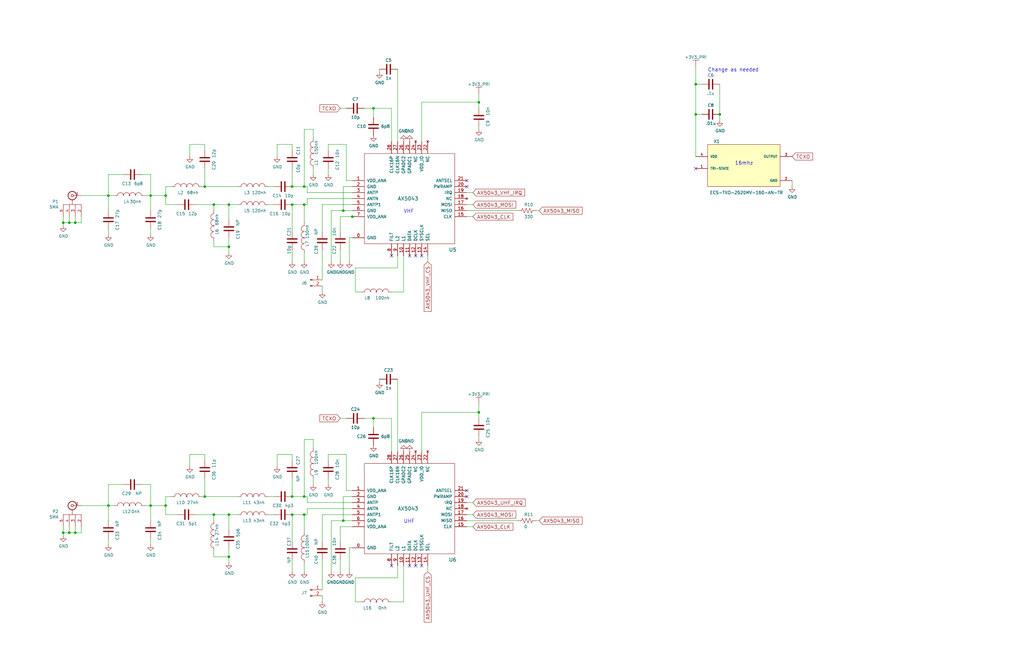
<source format=kicad_sch>
(kicad_sch (version 20211123) (generator eeschema)

  (uuid 7ca24aeb-97e8-487b-95c1-72dabc64e8df)

  (paper "B")

  (title_block
    (title "AX5043 PACSAT TMS-570 LaunchPad Daughter Board")
    (date "2022-12-09")
    (rev "1.1")
    (company "AMSAT-NA")
  )

  (lib_symbols
    (symbol "Connector:Conn_01x02_Male" (pin_names (offset 1.016) hide) (in_bom yes) (on_board yes)
      (property "Reference" "J" (id 0) (at 0 2.54 0)
        (effects (font (size 1.27 1.27)))
      )
      (property "Value" "Conn_01x02_Male" (id 1) (at 0 -5.08 0)
        (effects (font (size 1.27 1.27)))
      )
      (property "Footprint" "" (id 2) (at 0 0 0)
        (effects (font (size 1.27 1.27)) hide)
      )
      (property "Datasheet" "~" (id 3) (at 0 0 0)
        (effects (font (size 1.27 1.27)) hide)
      )
      (property "ki_keywords" "connector" (id 4) (at 0 0 0)
        (effects (font (size 1.27 1.27)) hide)
      )
      (property "ki_description" "Generic connector, single row, 01x02, script generated (kicad-library-utils/schlib/autogen/connector/)" (id 5) (at 0 0 0)
        (effects (font (size 1.27 1.27)) hide)
      )
      (property "ki_fp_filters" "Connector*:*_1x??_*" (id 6) (at 0 0 0)
        (effects (font (size 1.27 1.27)) hide)
      )
      (symbol "Conn_01x02_Male_1_1"
        (polyline
          (pts
            (xy 1.27 -2.54)
            (xy 0.8636 -2.54)
          )
          (stroke (width 0.1524) (type default) (color 0 0 0 0))
          (fill (type none))
        )
        (polyline
          (pts
            (xy 1.27 0)
            (xy 0.8636 0)
          )
          (stroke (width 0.1524) (type default) (color 0 0 0 0))
          (fill (type none))
        )
        (rectangle (start 0.8636 -2.413) (end 0 -2.667)
          (stroke (width 0.1524) (type default) (color 0 0 0 0))
          (fill (type outline))
        )
        (rectangle (start 0.8636 0.127) (end 0 -0.127)
          (stroke (width 0.1524) (type default) (color 0 0 0 0))
          (fill (type outline))
        )
        (pin passive line (at 5.08 0 180) (length 3.81)
          (name "Pin_1" (effects (font (size 1.27 1.27))))
          (number "1" (effects (font (size 1.27 1.27))))
        )
        (pin passive line (at 5.08 -2.54 180) (length 3.81)
          (name "Pin_2" (effects (font (size 1.27 1.27))))
          (number "2" (effects (font (size 1.27 1.27))))
        )
      )
    )
    (symbol "Device:C" (pin_numbers hide) (pin_names (offset 0.254)) (in_bom yes) (on_board yes)
      (property "Reference" "C" (id 0) (at 0.635 2.54 0)
        (effects (font (size 1.27 1.27)) (justify left))
      )
      (property "Value" "C" (id 1) (at 0.635 -2.54 0)
        (effects (font (size 1.27 1.27)) (justify left))
      )
      (property "Footprint" "" (id 2) (at 0.9652 -3.81 0)
        (effects (font (size 1.27 1.27)) hide)
      )
      (property "Datasheet" "~" (id 3) (at 0 0 0)
        (effects (font (size 1.27 1.27)) hide)
      )
      (property "ki_keywords" "cap capacitor" (id 4) (at 0 0 0)
        (effects (font (size 1.27 1.27)) hide)
      )
      (property "ki_description" "Unpolarized capacitor" (id 5) (at 0 0 0)
        (effects (font (size 1.27 1.27)) hide)
      )
      (property "ki_fp_filters" "C_*" (id 6) (at 0 0 0)
        (effects (font (size 1.27 1.27)) hide)
      )
      (symbol "C_0_1"
        (polyline
          (pts
            (xy -2.032 -0.762)
            (xy 2.032 -0.762)
          )
          (stroke (width 0.508) (type default) (color 0 0 0 0))
          (fill (type none))
        )
        (polyline
          (pts
            (xy -2.032 0.762)
            (xy 2.032 0.762)
          )
          (stroke (width 0.508) (type default) (color 0 0 0 0))
          (fill (type none))
        )
      )
      (symbol "C_1_1"
        (pin passive line (at 0 3.81 270) (length 2.794)
          (name "~" (effects (font (size 1.27 1.27))))
          (number "1" (effects (font (size 1.27 1.27))))
        )
        (pin passive line (at 0 -3.81 90) (length 2.794)
          (name "~" (effects (font (size 1.27 1.27))))
          (number "2" (effects (font (size 1.27 1.27))))
        )
      )
    )
    (symbol "Device:R_US" (pin_numbers hide) (pin_names (offset 0)) (in_bom yes) (on_board yes)
      (property "Reference" "R" (id 0) (at 2.54 0 90)
        (effects (font (size 1.27 1.27)))
      )
      (property "Value" "R_US" (id 1) (at -2.54 0 90)
        (effects (font (size 1.27 1.27)))
      )
      (property "Footprint" "" (id 2) (at 1.016 -0.254 90)
        (effects (font (size 1.27 1.27)) hide)
      )
      (property "Datasheet" "~" (id 3) (at 0 0 0)
        (effects (font (size 1.27 1.27)) hide)
      )
      (property "ki_keywords" "R res resistor" (id 4) (at 0 0 0)
        (effects (font (size 1.27 1.27)) hide)
      )
      (property "ki_description" "Resistor, US symbol" (id 5) (at 0 0 0)
        (effects (font (size 1.27 1.27)) hide)
      )
      (property "ki_fp_filters" "R_*" (id 6) (at 0 0 0)
        (effects (font (size 1.27 1.27)) hide)
      )
      (symbol "R_US_0_1"
        (polyline
          (pts
            (xy 0 -2.286)
            (xy 0 -2.54)
          )
          (stroke (width 0) (type default) (color 0 0 0 0))
          (fill (type none))
        )
        (polyline
          (pts
            (xy 0 2.286)
            (xy 0 2.54)
          )
          (stroke (width 0) (type default) (color 0 0 0 0))
          (fill (type none))
        )
        (polyline
          (pts
            (xy 0 -0.762)
            (xy 1.016 -1.143)
            (xy 0 -1.524)
            (xy -1.016 -1.905)
            (xy 0 -2.286)
          )
          (stroke (width 0) (type default) (color 0 0 0 0))
          (fill (type none))
        )
        (polyline
          (pts
            (xy 0 0.762)
            (xy 1.016 0.381)
            (xy 0 0)
            (xy -1.016 -0.381)
            (xy 0 -0.762)
          )
          (stroke (width 0) (type default) (color 0 0 0 0))
          (fill (type none))
        )
        (polyline
          (pts
            (xy 0 2.286)
            (xy 1.016 1.905)
            (xy 0 1.524)
            (xy -1.016 1.143)
            (xy 0 0.762)
          )
          (stroke (width 0) (type default) (color 0 0 0 0))
          (fill (type none))
        )
      )
      (symbol "R_US_1_1"
        (pin passive line (at 0 3.81 270) (length 1.27)
          (name "~" (effects (font (size 1.27 1.27))))
          (number "1" (effects (font (size 1.27 1.27))))
        )
        (pin passive line (at 0 -3.81 90) (length 1.27)
          (name "~" (effects (font (size 1.27 1.27))))
          (number "2" (effects (font (size 1.27 1.27))))
        )
      )
    )
    (symbol "amsat_discrete:+3V3_PRI" (power) (pin_names (offset 0)) (in_bom yes) (on_board yes)
      (property "Reference" "#PWR" (id 0) (at 0 -3.81 0)
        (effects (font (size 1.27 1.27)) hide)
      )
      (property "Value" "+3V3_PRI" (id 1) (at 0 3.556 0)
        (effects (font (size 1.27 1.27)))
      )
      (property "Footprint" "" (id 2) (at 0 0 0)
        (effects (font (size 1.27 1.27)) hide)
      )
      (property "Datasheet" "" (id 3) (at 0 0 0)
        (effects (font (size 1.27 1.27)) hide)
      )
      (property "ki_keywords" "Power Flag Symbol" (id 4) (at 0 0 0)
        (effects (font (size 1.27 1.27)) hide)
      )
      (property "ki_description" "Power Net, Primary, +3.3V" (id 5) (at 0 0 0)
        (effects (font (size 1.27 1.27)) hide)
      )
      (symbol "+3V3_PRI_0_1"
        (polyline
          (pts
            (xy -1.27 2.54)
            (xy 0 2.54)
          )
          (stroke (width 0) (type default) (color 0 0 0 0))
          (fill (type none))
        )
        (polyline
          (pts
            (xy 0 0)
            (xy 0 2.54)
          )
          (stroke (width 0) (type default) (color 0 0 0 0))
          (fill (type none))
        )
        (polyline
          (pts
            (xy 0 2.54)
            (xy 1.27 2.54)
          )
          (stroke (width 0) (type default) (color 0 0 0 0))
          (fill (type none))
        )
      )
      (symbol "+3V3_PRI_1_1"
        (pin power_in line (at 0 0 90) (length 0) hide
          (name "+3V3_PRI" (effects (font (size 1.27 1.27))))
          (number "1" (effects (font (size 1.27 1.27))))
        )
      )
    )
    (symbol "amsat_discrete:INDUCTOR_SMALL" (pin_numbers hide) (pin_names (offset 0) hide) (in_bom yes) (on_board yes)
      (property "Reference" "L" (id 0) (at 0 2.54 0)
        (effects (font (size 1.27 1.27)))
      )
      (property "Value" "INDUCTOR_SMALL" (id 1) (at 0 -1.27 0)
        (effects (font (size 1.27 1.27)))
      )
      (property "Footprint" "" (id 2) (at 0 0 0)
        (effects (font (size 1.27 1.27)))
      )
      (property "Datasheet" "" (id 3) (at 0 0 0)
        (effects (font (size 1.27 1.27)))
      )
      (property "ki_fp_filters" "Choke_* *Coil*" (id 4) (at 0 0 0)
        (effects (font (size 1.27 1.27)) hide)
      )
      (symbol "INDUCTOR_SMALL_0_1"
        (arc (start -2.54 0) (mid -3.81 1.27) (end -5.08 0)
          (stroke (width 0) (type default) (color 0 0 0 0))
          (fill (type none))
        )
        (arc (start 0 0) (mid -1.27 1.27) (end -2.54 0)
          (stroke (width 0) (type default) (color 0 0 0 0))
          (fill (type none))
        )
        (arc (start 2.54 0) (mid 1.27 1.27) (end 0 0)
          (stroke (width 0) (type default) (color 0 0 0 0))
          (fill (type none))
        )
        (arc (start 5.08 0) (mid 3.81 1.27) (end 2.54 0)
          (stroke (width 0) (type default) (color 0 0 0 0))
          (fill (type none))
        )
      )
      (symbol "INDUCTOR_SMALL_1_1"
        (pin input line (at -6.35 0 0) (length 1.27)
          (name "1" (effects (font (size 0.762 0.762))))
          (number "1" (effects (font (size 0.762 0.762))))
        )
        (pin input line (at 6.35 0 180) (length 1.27)
          (name "2" (effects (font (size 0.762 0.762))))
          (number "2" (effects (font (size 0.762 0.762))))
        )
      )
    )
    (symbol "amsat_onsemi:AX5043" (pin_names (offset 1.016)) (in_bom yes) (on_board yes)
      (property "Reference" "U" (id 0) (at 16.51 -20.32 0)
        (effects (font (size 1.524 1.524)))
      )
      (property "Value" "AX5043" (id 1) (at 0 0 0)
        (effects (font (size 1.524 1.524)))
      )
      (property "Footprint" "" (id 2) (at 0 0 0)
        (effects (font (size 1.524 1.524)) hide)
      )
      (property "Datasheet" "" (id 3) (at 16.51 -20.32 0)
        (effects (font (size 1.524 1.524)) hide)
      )
      (property "ki_description" "AX5043 RF Modem IC" (id 4) (at 0 0 0)
        (effects (font (size 1.27 1.27)) hide)
      )
      (symbol "AX5043_0_1"
        (rectangle (start -19.05 19.05) (end 19.05 -19.05)
          (stroke (width 0) (type default) (color 0 0 0 0))
          (fill (type none))
        )
      )
      (symbol "AX5043_1_1"
        (pin passive line (at -24.13 -16.51 0) (length 5.08)
          (name "GND" (effects (font (size 1.27 1.27))))
          (number "0" (effects (font (size 1.27 1.27))))
        )
        (pin passive line (at -24.13 7.62 0) (length 5.08)
          (name "VDD_ANA" (effects (font (size 1.27 1.27))))
          (number "1" (effects (font (size 1.27 1.27))))
        )
        (pin passive line (at -2.54 -24.13 90) (length 5.08)
          (name "L1" (effects (font (size 1.27 1.27))))
          (number "10" (effects (font (size 1.27 1.27))))
        )
        (pin input line (at 0 -24.13 90) (length 5.08)
          (name "DATA" (effects (font (size 1.27 1.27))))
          (number "11" (effects (font (size 1.27 1.27))))
        )
        (pin input line (at 2.54 -24.13 90) (length 5.08)
          (name "DCLK" (effects (font (size 1.27 1.27))))
          (number "12" (effects (font (size 1.27 1.27))))
        )
        (pin output line (at 5.08 -24.13 90) (length 5.08)
          (name "SYSCLK" (effects (font (size 1.27 1.27))))
          (number "13" (effects (font (size 1.27 1.27))))
        )
        (pin input line (at 7.62 -24.13 90) (length 5.08)
          (name "SEL" (effects (font (size 1.27 1.27))))
          (number "14" (effects (font (size 1.27 1.27))))
        )
        (pin input line (at 24.13 -7.62 180) (length 5.08)
          (name "CLK" (effects (font (size 1.27 1.27))))
          (number "15" (effects (font (size 1.27 1.27))))
        )
        (pin output line (at 24.13 -5.08 180) (length 5.08)
          (name "MISO" (effects (font (size 1.27 1.27))))
          (number "16" (effects (font (size 1.27 1.27))))
        )
        (pin input line (at 24.13 -2.54 180) (length 5.08)
          (name "MOSI" (effects (font (size 1.27 1.27))))
          (number "17" (effects (font (size 1.27 1.27))))
        )
        (pin no_connect line (at 24.13 0 180) (length 5.08)
          (name "NC" (effects (font (size 1.27 1.27))))
          (number "18" (effects (font (size 1.27 1.27))))
        )
        (pin output line (at 24.13 2.54 180) (length 5.08)
          (name "IRQ" (effects (font (size 1.27 1.27))))
          (number "19" (effects (font (size 1.27 1.27))))
        )
        (pin input line (at -24.13 5.08 0) (length 5.08)
          (name "GND" (effects (font (size 1.27 1.27))))
          (number "2" (effects (font (size 1.27 1.27))))
        )
        (pin output line (at 24.13 5.08 180) (length 5.08)
          (name "PWRAMP" (effects (font (size 1.27 1.27))))
          (number "20" (effects (font (size 1.27 1.27))))
        )
        (pin output line (at 24.13 7.62 180) (length 5.08)
          (name "ANTSEL" (effects (font (size 1.27 1.27))))
          (number "21" (effects (font (size 1.27 1.27))))
        )
        (pin no_connect line (at 7.62 24.13 270) (length 5.08)
          (name "NC" (effects (font (size 1.27 1.27))))
          (number "22" (effects (font (size 1.27 1.27))))
        )
        (pin passive line (at 5.08 24.13 270) (length 5.08)
          (name "VDD_IO" (effects (font (size 1.27 1.27))))
          (number "23" (effects (font (size 1.27 1.27))))
        )
        (pin no_connect line (at 2.54 24.13 270) (length 5.08)
          (name "NC" (effects (font (size 1.27 1.27))))
          (number "24" (effects (font (size 1.27 1.27))))
        )
        (pin input line (at 0 24.13 270) (length 5.08)
          (name "GPADC1" (effects (font (size 1.27 1.27))))
          (number "25" (effects (font (size 1.27 1.27))))
        )
        (pin input line (at -2.54 24.13 270) (length 5.08)
          (name "GPADC2" (effects (font (size 1.27 1.27))))
          (number "26" (effects (font (size 1.27 1.27))))
        )
        (pin passive line (at -5.08 24.13 270) (length 5.08)
          (name "CLK16N" (effects (font (size 1.27 1.27))))
          (number "27" (effects (font (size 1.27 1.27))))
        )
        (pin passive line (at -7.62 24.13 270) (length 5.08)
          (name "CLK16P" (effects (font (size 1.27 1.27))))
          (number "28" (effects (font (size 1.27 1.27))))
        )
        (pin bidirectional line (at -24.13 2.54 0) (length 5.08)
          (name "ANTP" (effects (font (size 1.27 1.27))))
          (number "3" (effects (font (size 1.27 1.27))))
        )
        (pin bidirectional line (at -24.13 0 0) (length 5.08)
          (name "ANTN" (effects (font (size 1.27 1.27))))
          (number "4" (effects (font (size 1.27 1.27))))
        )
        (pin output line (at -24.13 -2.54 0) (length 5.08)
          (name "ANTP1" (effects (font (size 1.27 1.27))))
          (number "5" (effects (font (size 1.27 1.27))))
        )
        (pin input line (at -24.13 -5.08 0) (length 5.08)
          (name "GND" (effects (font (size 1.27 1.27))))
          (number "6" (effects (font (size 1.27 1.27))))
        )
        (pin passive line (at -24.13 -7.62 0) (length 5.08)
          (name "VDD_ANA" (effects (font (size 1.27 1.27))))
          (number "7" (effects (font (size 1.27 1.27))))
        )
        (pin passive line (at -7.62 -24.13 90) (length 5.08)
          (name "FILT" (effects (font (size 1.27 1.27))))
          (number "8" (effects (font (size 1.27 1.27))))
        )
        (pin passive line (at -5.08 -24.13 90) (length 5.08)
          (name "L2" (effects (font (size 1.27 1.27))))
          (number "9" (effects (font (size 1.27 1.27))))
        )
      )
    )
    (symbol "amsat_tcxo:ECS-TXO-3225MV-100-TR" (pin_names (offset 1.016)) (in_bom yes) (on_board yes)
      (property "Reference" "Y" (id 0) (at -15.5448 8.1534 0)
        (effects (font (size 1.27 1.27)) (justify left bottom))
      )
      (property "Value" "ECS-TXO-3225MV-100-TR" (id 1) (at -15.0114 -12.9794 0)
        (effects (font (size 1.27 1.27)) (justify left bottom))
      )
      (property "Footprint" "OSC_ECS-TXO-3225MV-100-TR" (id 2) (at 0 0 0)
        (effects (font (size 1.27 1.27)) (justify left bottom) hide)
      )
      (property "Datasheet" "" (id 3) (at 0 0 0)
        (effects (font (size 1.27 1.27)) (justify left bottom) hide)
      )
      (property "ki_locked" "" (id 4) (at 0 0 0)
        (effects (font (size 1.27 1.27)))
      )
      (symbol "ECS-TXO-3225MV-100-TR_0_0"
        (rectangle (start -15.24 -10.16) (end 15.24 7.62)
          (stroke (width 0.1524) (type default) (color 0 0 0 0))
          (fill (type background))
        )
        (pin input line (at -20.32 -2.54 0) (length 5.08)
          (name "TRI-STATE" (effects (font (size 1.016 1.016))))
          (number "1" (effects (font (size 1.016 1.016))))
        )
        (pin power_in line (at 20.32 -7.62 180) (length 5.08)
          (name "GND" (effects (font (size 1.016 1.016))))
          (number "2" (effects (font (size 1.016 1.016))))
        )
        (pin output line (at 20.32 2.54 180) (length 5.08)
          (name "OUTPUT" (effects (font (size 1.016 1.016))))
          (number "3" (effects (font (size 1.016 1.016))))
        )
        (pin input line (at -20.32 2.54 0) (length 5.08)
          (name "VDD" (effects (font (size 1.016 1.016))))
          (number "4" (effects (font (size 1.016 1.016))))
        )
      )
    )
    (symbol "amsat_te_amp:SMA" (pin_names (offset 1.016) hide) (in_bom yes) (on_board yes)
      (property "Reference" "P" (id 0) (at 0.254 3.048 0)
        (effects (font (size 1.27 1.27)))
      )
      (property "Value" "SMA" (id 1) (at 2.794 -1.524 90)
        (effects (font (size 1.27 1.27)))
      )
      (property "Footprint" "" (id 2) (at 0 0 0)
        (effects (font (size 1.27 1.27)))
      )
      (property "Datasheet" "" (id 3) (at 0 0 0)
        (effects (font (size 1.27 1.27)))
      )
      (property "ki_description" "SMA PCB Mount" (id 4) (at 0 0 0)
        (effects (font (size 1.27 1.27)) hide)
      )
      (property "ki_fp_filters" "BNC_* bnc bnc-*" (id 5) (at 0 0 0)
        (effects (font (size 1.27 1.27)) hide)
      )
      (symbol "SMA_0_1"
        (polyline
          (pts
            (xy -3.81 -3.81)
            (xy 3.81 -3.81)
          )
          (stroke (width 0) (type default) (color 0 0 0 0))
          (fill (type none))
        )
        (polyline
          (pts
            (xy 0 -3.81)
            (xy 0 -1.778)
          )
          (stroke (width 0) (type default) (color 0 0 0 0))
          (fill (type none))
        )
        (circle (center 0 0) (radius 0.508)
          (stroke (width 0.2032) (type default) (color 0 0 0 0))
          (fill (type none))
        )
        (circle (center 0 0) (radius 1.778)
          (stroke (width 0.3048) (type default) (color 0 0 0 0))
          (fill (type none))
        )
      )
      (symbol "SMA_1_1"
        (pin passive line (at -3.81 0 0) (length 3.302)
          (name "In" (effects (font (size 1.016 1.016))))
          (number "1" (effects (font (size 1.016 1.016))))
        )
        (pin passive line (at -3.81 -8.89 90) (length 5.08)
          (name "Body" (effects (font (size 1.016 1.016))))
          (number "2" (effects (font (size 1.016 1.016))))
        )
        (pin input line (at -1.27 -8.89 90) (length 5.08)
          (name "3" (effects (font (size 1.27 1.27))))
          (number "3" (effects (font (size 1.27 1.27))))
        )
        (pin passive line (at 1.27 -8.89 90) (length 5.08)
          (name "4" (effects (font (size 1.016 1.016))))
          (number "4" (effects (font (size 1.016 1.016))))
        )
        (pin passive line (at 3.81 -8.89 90) (length 5.08)
          (name "5" (effects (font (size 1.016 1.016))))
          (number "5" (effects (font (size 1.016 1.016))))
        )
      )
    )
    (symbol "power:GND" (power) (pin_names (offset 0)) (in_bom yes) (on_board yes)
      (property "Reference" "#PWR" (id 0) (at 0 -6.35 0)
        (effects (font (size 1.27 1.27)) hide)
      )
      (property "Value" "GND" (id 1) (at 0 -3.81 0)
        (effects (font (size 1.27 1.27)))
      )
      (property "Footprint" "" (id 2) (at 0 0 0)
        (effects (font (size 1.27 1.27)) hide)
      )
      (property "Datasheet" "" (id 3) (at 0 0 0)
        (effects (font (size 1.27 1.27)) hide)
      )
      (property "ki_keywords" "global power" (id 4) (at 0 0 0)
        (effects (font (size 1.27 1.27)) hide)
      )
      (property "ki_description" "Power symbol creates a global label with name \"GND\" , ground" (id 5) (at 0 0 0)
        (effects (font (size 1.27 1.27)) hide)
      )
      (symbol "GND_0_1"
        (polyline
          (pts
            (xy 0 0)
            (xy 0 -1.27)
            (xy 1.27 -1.27)
            (xy 0 -2.54)
            (xy -1.27 -1.27)
            (xy 0 -1.27)
          )
          (stroke (width 0) (type default) (color 0 0 0 0))
          (fill (type none))
        )
      )
      (symbol "GND_1_1"
        (pin power_in line (at 0 0 270) (length 0) hide
          (name "GND" (effects (font (size 1.27 1.27))))
          (number "1" (effects (font (size 1.27 1.27))))
        )
      )
    )
  )

  (junction (at 96.52 234.95) (diameter 0) (color 0 0 0 0)
    (uuid 057670ad-a9bd-4b65-9b64-fb9320e197ad)
  )
  (junction (at 90.17 86.36) (diameter 0) (color 0 0 0 0)
    (uuid 079cca82-f8fa-4993-88de-abac31b24857)
  )
  (junction (at 26.67 224.79) (diameter 0) (color 0 0 0 0)
    (uuid 07af3e34-9308-442c-ab84-cc38cec9d896)
  )
  (junction (at 201.93 43.18) (diameter 0) (color 0 0 0 0)
    (uuid 099ef609-da01-4035-aa1b-7ee9a9d4e163)
  )
  (junction (at 29.21 93.98) (diameter 0) (color 0 0 0 0)
    (uuid 147c25ac-7ec5-4fa2-bea2-abcf1dbaa325)
  )
  (junction (at 96.52 217.17) (diameter 0) (color 0 0 0 0)
    (uuid 24112679-2c0f-432a-8864-74eaa1de02ed)
  )
  (junction (at 45.72 82.55) (diameter 0) (color 0 0 0 0)
    (uuid 2ac8c502-4acc-484c-9873-040d74fe3be9)
  )
  (junction (at 31.75 93.98) (diameter 0) (color 0 0 0 0)
    (uuid 301f7c4c-af45-4b80-b49c-42782ad39fce)
  )
  (junction (at 96.52 86.36) (diameter 0) (color 0 0 0 0)
    (uuid 3290a6a9-d4be-45cd-81a4-ce04b86e9a79)
  )
  (junction (at 69.85 82.55) (diameter 0) (color 0 0 0 0)
    (uuid 3d120bef-1f5a-4fd0-a02d-c786c0a8bab8)
  )
  (junction (at 128.27 217.17) (diameter 0) (color 0 0 0 0)
    (uuid 40759593-3545-4e28-ba03-10c82f64e0b1)
  )
  (junction (at 123.19 217.17) (diameter 0) (color 0 0 0 0)
    (uuid 4e8784b4-07dd-4a30-823f-6bb9b8630956)
  )
  (junction (at 128.27 78.74) (diameter 0) (color 0 0 0 0)
    (uuid 574b7bc5-0e96-49a7-a4ab-58cee718388d)
  )
  (junction (at 69.85 213.36) (diameter 0) (color 0 0 0 0)
    (uuid 5fa9930e-6175-4322-b6e2-60e609ba39db)
  )
  (junction (at 45.72 213.36) (diameter 0) (color 0 0 0 0)
    (uuid 6dddc252-570e-4168-afc5-4a138a5cee87)
  )
  (junction (at 96.52 104.14) (diameter 0) (color 0 0 0 0)
    (uuid 6e18a43d-dd8a-4a6a-aea1-111bcec71050)
  )
  (junction (at 293.37 35.56) (diameter 0) (color 0 0 0 0)
    (uuid 76bc6baa-4920-4986-b38d-229fdea5fba0)
  )
  (junction (at 86.36 209.55) (diameter 0) (color 0 0 0 0)
    (uuid 82874e90-024c-401d-bbf0-182b9946ee0b)
  )
  (junction (at 128.27 209.55) (diameter 0) (color 0 0 0 0)
    (uuid 86117d1f-dfda-4985-8cf1-8e79a899f02a)
  )
  (junction (at 123.19 86.36) (diameter 0) (color 0 0 0 0)
    (uuid 9116d59c-5b6a-44ff-867e-425bcd5c4bcc)
  )
  (junction (at 157.48 176.53) (diameter 0) (color 0 0 0 0)
    (uuid 9304f828-3100-4bd2-8549-089917be1611)
  )
  (junction (at 29.21 224.79) (diameter 0) (color 0 0 0 0)
    (uuid 9cfe9433-fbc4-4e97-bf06-2e43d64c6afc)
  )
  (junction (at 303.53 48.26) (diameter 0) (color 0 0 0 0)
    (uuid a05fea92-e347-4fce-a2d1-00bfaf918863)
  )
  (junction (at 148.59 91.44) (diameter 0) (color 0 0 0 0)
    (uuid a522dbdd-8019-4100-af68-b2ccb41f0ecb)
  )
  (junction (at 157.48 45.72) (diameter 0) (color 0 0 0 0)
    (uuid a5be48a7-5c35-4aa8-96ad-6a4e7b22736f)
  )
  (junction (at 144.78 219.71) (diameter 0) (color 0 0 0 0)
    (uuid b699f763-f44c-4723-8077-ed2a5d6f4321)
  )
  (junction (at 63.5 82.55) (diameter 0) (color 0 0 0 0)
    (uuid c7953edb-49f3-4d8e-bab7-d9702164ed3b)
  )
  (junction (at 63.5 213.36) (diameter 0) (color 0 0 0 0)
    (uuid cdb7b254-8be5-4a59-bada-729a39585236)
  )
  (junction (at 201.93 173.99) (diameter 0) (color 0 0 0 0)
    (uuid ce0bb619-3f21-46d2-9314-c85314d24f05)
  )
  (junction (at 123.19 209.55) (diameter 0) (color 0 0 0 0)
    (uuid d21eaded-26ed-4980-808c-e3afb9f5f81b)
  )
  (junction (at 86.36 78.74) (diameter 0) (color 0 0 0 0)
    (uuid d6046912-031e-460c-829b-b2a84113d243)
  )
  (junction (at 26.67 93.98) (diameter 0) (color 0 0 0 0)
    (uuid dede6fe5-5425-4eaa-ae1e-b808cf710826)
  )
  (junction (at 90.17 217.17) (diameter 0) (color 0 0 0 0)
    (uuid e27b188e-b353-435a-a515-f1b05820e1e6)
  )
  (junction (at 144.78 88.9) (diameter 0) (color 0 0 0 0)
    (uuid e4e3a35f-457e-430e-8eff-59b1403305df)
  )
  (junction (at 128.27 86.36) (diameter 0) (color 0 0 0 0)
    (uuid e64e4e24-07b8-42af-8195-6df7efff903c)
  )
  (junction (at 31.75 224.79) (diameter 0) (color 0 0 0 0)
    (uuid eab3413c-7396-4f82-851f-7003d194acb2)
  )
  (junction (at 293.37 48.26) (diameter 0) (color 0 0 0 0)
    (uuid f67244c6-d364-441c-ac14-92a3d53eb89c)
  )
  (junction (at 123.19 78.74) (diameter 0) (color 0 0 0 0)
    (uuid fade0892-3e21-4078-850d-f05446ab9438)
  )

  (no_connect (at 196.85 209.55) (uuid 04b77b6c-1178-418a-88b6-9452693f0e2e))
  (no_connect (at 172.72 107.95) (uuid 06709ded-bfcd-451b-b2a6-46a913753640))
  (no_connect (at 196.85 207.01) (uuid 173c39df-45a3-4c6b-9afc-0a6c3c918612))
  (no_connect (at 175.26 238.76) (uuid 23c44bee-96b0-4a2a-b9f1-99e710d206f6))
  (no_connect (at 196.85 76.2) (uuid 2dbc598c-688d-4733-b3ad-4f81708cf65c))
  (no_connect (at 165.1 107.95) (uuid 4c1db149-5906-4555-8ec9-b8cc3fcd1c8b))
  (no_connect (at 177.8 238.76) (uuid 56c7f716-4d88-4335-846a-1c0c18308900))
  (no_connect (at 165.1 238.76) (uuid 8e752479-c3d0-4f46-af07-d868578d8c9a))
  (no_connect (at 172.72 238.76) (uuid b1f18c31-b185-4e7f-8418-79f9e0b1fd04))
  (no_connect (at 293.37 71.12) (uuid e15a2195-edf5-4de3-94ed-f0c43d61dc97))
  (no_connect (at 177.8 107.95) (uuid e6460359-349b-46f6-86d0-4a303e348428))
  (no_connect (at 196.85 78.74) (uuid ebe2b69b-0f61-4688-b5a3-066194203588))
  (no_connect (at 175.26 107.95) (uuid f4d06078-29d0-4639-b72f-7fc931f4e78d))

  (wire (pts (xy 170.18 238.76) (xy 170.18 254))
    (stroke (width 0) (type default) (color 0 0 0 0))
    (uuid 01d035ce-05d6-40c5-bf8a-2f3d8e829575)
  )
  (wire (pts (xy 86.36 78.74) (xy 100.33 78.74))
    (stroke (width 0) (type default) (color 0 0 0 0))
    (uuid 02c4c067-043d-4827-b253-3ed28f829333)
  )
  (wire (pts (xy 139.7 88.9) (xy 144.78 88.9))
    (stroke (width 0) (type default) (color 0 0 0 0))
    (uuid 02c6a894-3cf7-4303-9cec-de7530b206bf)
  )
  (wire (pts (xy 82.55 86.36) (xy 90.17 86.36))
    (stroke (width 0) (type default) (color 0 0 0 0))
    (uuid 03055308-eb57-4ab0-a2cb-46cdcefd242b)
  )
  (wire (pts (xy 148.59 222.25) (xy 143.51 222.25))
    (stroke (width 0) (type default) (color 0 0 0 0))
    (uuid 078fcceb-8fd0-4e4a-8c44-4eb37151dc8c)
  )
  (wire (pts (xy 129.54 78.74) (xy 129.54 81.28))
    (stroke (width 0) (type default) (color 0 0 0 0))
    (uuid 0857e0a4-1d47-440f-8d20-8072586d10e0)
  )
  (wire (pts (xy 143.51 222.25) (xy 143.51 228.6))
    (stroke (width 0) (type default) (color 0 0 0 0))
    (uuid 087bdc1f-5a08-40d4-99e9-1a336fb2b8da)
  )
  (wire (pts (xy 123.19 86.36) (xy 123.19 97.79))
    (stroke (width 0) (type default) (color 0 0 0 0))
    (uuid 09185a6b-1bc0-4463-ba59-32294a7e23c1)
  )
  (wire (pts (xy 303.53 48.26) (xy 303.53 50.8))
    (stroke (width 0) (type default) (color 0 0 0 0))
    (uuid 09d1d65a-aa4f-4244-9df6-1134e09e4931)
  )
  (wire (pts (xy 160.02 160.02) (xy 160.02 161.29))
    (stroke (width 0) (type default) (color 0 0 0 0))
    (uuid 0a0d08ee-8596-4476-a21f-ed18125d3307)
  )
  (wire (pts (xy 45.72 204.47) (xy 45.72 213.36))
    (stroke (width 0) (type default) (color 0 0 0 0))
    (uuid 0af584a5-7f8d-4f95-87aa-c0d478f60c63)
  )
  (wire (pts (xy 59.69 204.47) (xy 63.5 204.47))
    (stroke (width 0) (type default) (color 0 0 0 0))
    (uuid 0b298310-a167-4316-95ac-f95495ab3edf)
  )
  (wire (pts (xy 167.64 238.76) (xy 167.64 243.84))
    (stroke (width 0) (type default) (color 0 0 0 0))
    (uuid 0b73ed77-feee-41f3-bc76-1d97e21c4967)
  )
  (wire (pts (xy 69.85 213.36) (xy 69.85 217.17))
    (stroke (width 0) (type default) (color 0 0 0 0))
    (uuid 0c9d4840-3b1d-4bcc-a6e6-8347f7de6773)
  )
  (wire (pts (xy 143.51 91.44) (xy 143.51 97.79))
    (stroke (width 0) (type default) (color 0 0 0 0))
    (uuid 0d13caec-0c17-47f2-8708-2b569e8711c1)
  )
  (wire (pts (xy 138.43 191.77) (xy 138.43 194.31))
    (stroke (width 0) (type default) (color 0 0 0 0))
    (uuid 0e13f11f-b6a8-436e-ae5f-8a0f49f9bc9d)
  )
  (wire (pts (xy 170.18 107.95) (xy 170.18 123.19))
    (stroke (width 0) (type default) (color 0 0 0 0))
    (uuid 0e4ef8ae-db78-4720-9a8c-941cf298bf29)
  )
  (wire (pts (xy 147.32 100.33) (xy 147.32 110.49))
    (stroke (width 0) (type default) (color 0 0 0 0))
    (uuid 0e56ae28-2423-4322-a116-ca5afcbf9184)
  )
  (wire (pts (xy 85.09 78.74) (xy 86.36 78.74))
    (stroke (width 0) (type default) (color 0 0 0 0))
    (uuid 0ea0e49e-ad78-4316-8daa-e149953705bc)
  )
  (wire (pts (xy 26.67 93.98) (xy 29.21 93.98))
    (stroke (width 0) (type default) (color 0 0 0 0))
    (uuid 10db252c-abfe-40c6-898c-6bc0ff4fc473)
  )
  (wire (pts (xy 153.67 176.53) (xy 157.48 176.53))
    (stroke (width 0) (type default) (color 0 0 0 0))
    (uuid 110cffa2-a754-4846-8841-0a02047b23a9)
  )
  (wire (pts (xy 196.85 86.36) (xy 199.39 86.36))
    (stroke (width 0) (type default) (color 0 0 0 0))
    (uuid 112e420a-be70-470c-9e40-00283410f61b)
  )
  (wire (pts (xy 196.85 81.28) (xy 199.39 81.28))
    (stroke (width 0) (type default) (color 0 0 0 0))
    (uuid 11523201-9f55-4064-b42d-b2db4286fcc8)
  )
  (wire (pts (xy 123.19 201.93) (xy 123.19 209.55))
    (stroke (width 0) (type default) (color 0 0 0 0))
    (uuid 164de95d-f013-41d6-8272-1737209db5d1)
  )
  (wire (pts (xy 113.03 209.55) (xy 115.57 209.55))
    (stroke (width 0) (type default) (color 0 0 0 0))
    (uuid 18988811-66b1-4346-901c-213f41e720ea)
  )
  (wire (pts (xy 196.85 219.71) (xy 218.44 219.71))
    (stroke (width 0) (type default) (color 0 0 0 0))
    (uuid 1aba5a0b-4c43-419b-a2f1-f1fa406ecd90)
  )
  (wire (pts (xy 177.8 59.69) (xy 177.8 43.18))
    (stroke (width 0) (type default) (color 0 0 0 0))
    (uuid 1adaa0f0-c4e0-4792-881c-10a87acdc7b2)
  )
  (wire (pts (xy 34.29 82.55) (xy 45.72 82.55))
    (stroke (width 0) (type default) (color 0 0 0 0))
    (uuid 1c7921c0-0526-4877-9eaf-b53b9c045bda)
  )
  (wire (pts (xy 167.64 243.84) (xy 149.86 243.84))
    (stroke (width 0) (type default) (color 0 0 0 0))
    (uuid 1c991302-5c0e-4176-aad0-67ea1d008876)
  )
  (wire (pts (xy 201.93 184.15) (xy 201.93 185.42))
    (stroke (width 0) (type default) (color 0 0 0 0))
    (uuid 1cb9dd07-5153-444f-9436-c69cf622aaa7)
  )
  (wire (pts (xy 149.86 254) (xy 152.4 254))
    (stroke (width 0) (type default) (color 0 0 0 0))
    (uuid 1dccb70c-6219-4da0-8a47-4bc84db44434)
  )
  (wire (pts (xy 149.86 123.19) (xy 152.4 123.19))
    (stroke (width 0) (type default) (color 0 0 0 0))
    (uuid 1e66bb10-b219-4bed-8b8e-24526ee7e993)
  )
  (wire (pts (xy 123.19 78.74) (xy 128.27 78.74))
    (stroke (width 0) (type default) (color 0 0 0 0))
    (uuid 1f3a85e6-e6f3-4bb0-a219-8b09772231fe)
  )
  (wire (pts (xy 26.67 93.98) (xy 26.67 95.25))
    (stroke (width 0) (type default) (color 0 0 0 0))
    (uuid 20290760-127e-4da7-b682-10965c8f6492)
  )
  (wire (pts (xy 138.43 71.12) (xy 138.43 73.66))
    (stroke (width 0) (type default) (color 0 0 0 0))
    (uuid 2033fb31-ab7e-42e8-a78c-e25bcfb1548a)
  )
  (wire (pts (xy 90.17 104.14) (xy 96.52 104.14))
    (stroke (width 0) (type default) (color 0 0 0 0))
    (uuid 20b164e0-0f70-4da6-a0b1-c0d594d74c2d)
  )
  (wire (pts (xy 143.51 176.53) (xy 146.05 176.53))
    (stroke (width 0) (type default) (color 0 0 0 0))
    (uuid 22f1c810-a048-4b6f-9dea-887c2820f281)
  )
  (wire (pts (xy 96.52 217.17) (xy 100.33 217.17))
    (stroke (width 0) (type default) (color 0 0 0 0))
    (uuid 251500e7-3706-46b8-beaf-4d116f649f70)
  )
  (wire (pts (xy 143.51 45.72) (xy 146.05 45.72))
    (stroke (width 0) (type default) (color 0 0 0 0))
    (uuid 283a8d90-18a9-4506-bf4e-366515277f15)
  )
  (wire (pts (xy 123.19 105.41) (xy 123.19 110.49))
    (stroke (width 0) (type default) (color 0 0 0 0))
    (uuid 2b84c6d6-547e-442d-9d9e-22b255d42bbd)
  )
  (wire (pts (xy 177.8 190.5) (xy 177.8 173.99))
    (stroke (width 0) (type default) (color 0 0 0 0))
    (uuid 2d4de204-a75f-4bb3-96c0-83b0e6475957)
  )
  (wire (pts (xy 146.05 60.96) (xy 138.43 60.96))
    (stroke (width 0) (type default) (color 0 0 0 0))
    (uuid 2d4fc6aa-66b4-4d82-9938-ff6d124c3479)
  )
  (wire (pts (xy 123.19 71.12) (xy 123.19 78.74))
    (stroke (width 0) (type default) (color 0 0 0 0))
    (uuid 2dea0043-28fb-45d0-9086-db5245bba887)
  )
  (wire (pts (xy 96.52 86.36) (xy 96.52 92.71))
    (stroke (width 0) (type default) (color 0 0 0 0))
    (uuid 3008cb22-f605-410d-ac40-c9b8118438be)
  )
  (wire (pts (xy 123.19 60.96) (xy 123.19 63.5))
    (stroke (width 0) (type default) (color 0 0 0 0))
    (uuid 3055d87f-81cd-474d-9f07-643ecc7093f5)
  )
  (wire (pts (xy 129.54 209.55) (xy 129.54 212.09))
    (stroke (width 0) (type default) (color 0 0 0 0))
    (uuid 31c78840-a353-438b-8239-26e30248c8d4)
  )
  (wire (pts (xy 63.5 204.47) (xy 63.5 213.36))
    (stroke (width 0) (type default) (color 0 0 0 0))
    (uuid 33b9e703-4710-4d10-a97b-4d1c37fc18b5)
  )
  (wire (pts (xy 147.32 231.14) (xy 147.32 241.3))
    (stroke (width 0) (type default) (color 0 0 0 0))
    (uuid 353a30bb-576c-4882-b3fc-6684226d02b5)
  )
  (wire (pts (xy 226.06 88.9) (xy 227.33 88.9))
    (stroke (width 0) (type default) (color 0 0 0 0))
    (uuid 35add6a9-9406-4319-bc33-c8673f27ea05)
  )
  (wire (pts (xy 177.8 173.99) (xy 201.93 173.99))
    (stroke (width 0) (type default) (color 0 0 0 0))
    (uuid 35c3fc21-19ff-40ae-9f91-692ed1689918)
  )
  (wire (pts (xy 90.17 232.41) (xy 90.17 234.95))
    (stroke (width 0) (type default) (color 0 0 0 0))
    (uuid 378ea954-8f1e-47b7-bb77-bface30c2109)
  )
  (wire (pts (xy 196.85 88.9) (xy 218.44 88.9))
    (stroke (width 0) (type default) (color 0 0 0 0))
    (uuid 3a87df41-eeab-43f8-8b27-0a3bef218ff6)
  )
  (wire (pts (xy 69.85 78.74) (xy 69.85 82.55))
    (stroke (width 0) (type default) (color 0 0 0 0))
    (uuid 3bf65d76-f886-4716-9cb1-50fc5df9996e)
  )
  (wire (pts (xy 128.27 185.42) (xy 128.27 209.55))
    (stroke (width 0) (type default) (color 0 0 0 0))
    (uuid 3c33d0a3-8719-414e-a322-40b39df7b06f)
  )
  (wire (pts (xy 177.8 43.18) (xy 201.93 43.18))
    (stroke (width 0) (type default) (color 0 0 0 0))
    (uuid 3fecd9e6-d38f-475e-b371-ddd220147b32)
  )
  (wire (pts (xy 148.59 100.33) (xy 147.32 100.33))
    (stroke (width 0) (type default) (color 0 0 0 0))
    (uuid 401b37df-71bd-488b-a8f6-83aef4b051e6)
  )
  (wire (pts (xy 63.5 96.52) (xy 63.5 99.06))
    (stroke (width 0) (type default) (color 0 0 0 0))
    (uuid 4206f1fd-6ab7-4676-aac6-f0b379079bf3)
  )
  (wire (pts (xy 144.78 219.71) (xy 148.59 219.71))
    (stroke (width 0) (type default) (color 0 0 0 0))
    (uuid 420b7393-b5ef-4262-9641-81ebaf689725)
  )
  (wire (pts (xy 45.72 82.55) (xy 45.72 88.9))
    (stroke (width 0) (type default) (color 0 0 0 0))
    (uuid 46a84385-db20-407e-be2d-f3fcc310ef23)
  )
  (wire (pts (xy 128.27 209.55) (xy 129.54 209.55))
    (stroke (width 0) (type default) (color 0 0 0 0))
    (uuid 4e08018f-1a05-4b2e-abe3-582449749c04)
  )
  (wire (pts (xy 80.01 60.96) (xy 80.01 66.04))
    (stroke (width 0) (type default) (color 0 0 0 0))
    (uuid 4e3cf7c3-7743-4710-9792-68fd1f7d25c4)
  )
  (wire (pts (xy 226.06 219.71) (xy 227.33 219.71))
    (stroke (width 0) (type default) (color 0 0 0 0))
    (uuid 579dc47f-1aac-4353-aec8-595e540fa536)
  )
  (wire (pts (xy 96.52 231.14) (xy 96.52 234.95))
    (stroke (width 0) (type default) (color 0 0 0 0))
    (uuid 5995b50d-6770-495f-9782-ebd5a5e5858f)
  )
  (wire (pts (xy 34.29 213.36) (xy 45.72 213.36))
    (stroke (width 0) (type default) (color 0 0 0 0))
    (uuid 5ab3f686-d518-4e19-8344-068b400747a7)
  )
  (wire (pts (xy 116.84 60.96) (xy 116.84 66.04))
    (stroke (width 0) (type default) (color 0 0 0 0))
    (uuid 5b344204-a859-4d15-bca2-e243c8537b05)
  )
  (wire (pts (xy 29.21 93.98) (xy 29.21 91.44))
    (stroke (width 0) (type default) (color 0 0 0 0))
    (uuid 5c24011e-1539-47ea-9abe-78f34ef7cce6)
  )
  (wire (pts (xy 129.54 212.09) (xy 148.59 212.09))
    (stroke (width 0) (type default) (color 0 0 0 0))
    (uuid 5d200e1a-4c67-4ca6-aeb9-a0411a0c89cb)
  )
  (wire (pts (xy 69.85 78.74) (xy 72.39 78.74))
    (stroke (width 0) (type default) (color 0 0 0 0))
    (uuid 60b5a5c6-fb12-4b94-b725-581b28bd203c)
  )
  (wire (pts (xy 148.59 207.01) (xy 146.05 207.01))
    (stroke (width 0) (type default) (color 0 0 0 0))
    (uuid 60eee74f-e3bb-4f11-b8db-dc5f4d1843c9)
  )
  (wire (pts (xy 148.59 217.17) (xy 135.89 217.17))
    (stroke (width 0) (type default) (color 0 0 0 0))
    (uuid 6256b924-f76d-400b-a391-1b53c28e67b5)
  )
  (wire (pts (xy 82.55 217.17) (xy 90.17 217.17))
    (stroke (width 0) (type default) (color 0 0 0 0))
    (uuid 62c1cef4-ecf6-4836-9a2d-baba9cee567a)
  )
  (wire (pts (xy 201.93 39.37) (xy 201.93 43.18))
    (stroke (width 0) (type default) (color 0 0 0 0))
    (uuid 636f6930-f94f-475a-91f6-b76a1c58f6a7)
  )
  (wire (pts (xy 149.86 113.03) (xy 149.86 123.19))
    (stroke (width 0) (type default) (color 0 0 0 0))
    (uuid 64eca8ea-299b-4598-8758-1d123eb7a86e)
  )
  (wire (pts (xy 26.67 222.25) (xy 26.67 224.79))
    (stroke (width 0) (type default) (color 0 0 0 0))
    (uuid 653d3378-d0d8-42eb-97ab-86b5e20e50ac)
  )
  (wire (pts (xy 96.52 100.33) (xy 96.52 104.14))
    (stroke (width 0) (type default) (color 0 0 0 0))
    (uuid 6540b434-7e92-4fac-bc06-0a6f2268e0a8)
  )
  (wire (pts (xy 129.54 81.28) (xy 148.59 81.28))
    (stroke (width 0) (type default) (color 0 0 0 0))
    (uuid 657c73b9-227c-4ef2-ac4f-b6e07cde986f)
  )
  (wire (pts (xy 303.53 35.56) (xy 303.53 48.26))
    (stroke (width 0) (type default) (color 0 0 0 0))
    (uuid 6748b6c5-9ce1-4317-990a-030fe16f05d9)
  )
  (wire (pts (xy 149.86 91.44) (xy 148.59 91.44))
    (stroke (width 0) (type default) (color 0 0 0 0))
    (uuid 68003c6b-fccb-4f4d-8b1e-ff1840258abb)
  )
  (wire (pts (xy 86.36 71.12) (xy 86.36 78.74))
    (stroke (width 0) (type default) (color 0 0 0 0))
    (uuid 68095080-fb96-4a27-a00c-b777e1c5507d)
  )
  (wire (pts (xy 129.54 214.63) (xy 148.59 214.63))
    (stroke (width 0) (type default) (color 0 0 0 0))
    (uuid 685dfea8-cd8d-4734-a61d-ede5d33c067e)
  )
  (wire (pts (xy 132.08 185.42) (xy 128.27 185.42))
    (stroke (width 0) (type default) (color 0 0 0 0))
    (uuid 68c661ce-dfe0-4c82-a1a0-baeefa1801d4)
  )
  (wire (pts (xy 128.27 217.17) (xy 128.27 224.79))
    (stroke (width 0) (type default) (color 0 0 0 0))
    (uuid 69119fc9-9e45-4bd6-a978-538a366ccb54)
  )
  (wire (pts (xy 86.36 63.5) (xy 86.36 60.96))
    (stroke (width 0) (type default) (color 0 0 0 0))
    (uuid 691f87db-6904-4500-8968-2a8850c8230c)
  )
  (wire (pts (xy 135.89 251.46) (xy 135.89 254))
    (stroke (width 0) (type default) (color 0 0 0 0))
    (uuid 71c65ba4-970e-4559-85ee-2c0c2c6cbdae)
  )
  (wire (pts (xy 144.78 88.9) (xy 148.59 88.9))
    (stroke (width 0) (type default) (color 0 0 0 0))
    (uuid 7296fab2-d7c9-47ba-bd04-025fad2edd3d)
  )
  (wire (pts (xy 146.05 207.01) (xy 146.05 191.77))
    (stroke (width 0) (type default) (color 0 0 0 0))
    (uuid 73ef48d1-3765-4408-acfc-24a374f65b9d)
  )
  (wire (pts (xy 201.93 173.99) (xy 201.93 176.53))
    (stroke (width 0) (type default) (color 0 0 0 0))
    (uuid 748eb3b1-8390-4044-ae6e-4b11ccde9dda)
  )
  (wire (pts (xy 129.54 217.17) (xy 129.54 214.63))
    (stroke (width 0) (type default) (color 0 0 0 0))
    (uuid 7511a2c3-e85f-40a9-9961-371aeca3d030)
  )
  (wire (pts (xy 128.27 86.36) (xy 129.54 86.36))
    (stroke (width 0) (type default) (color 0 0 0 0))
    (uuid 76999054-c92f-48d2-8ca6-149d4211b41e)
  )
  (wire (pts (xy 148.59 78.74) (xy 144.78 78.74))
    (stroke (width 0) (type default) (color 0 0 0 0))
    (uuid 76e37b96-e88d-425f-a9a3-72eed18b2cfc)
  )
  (wire (pts (xy 135.89 86.36) (xy 135.89 97.79))
    (stroke (width 0) (type default) (color 0 0 0 0))
    (uuid 77e428ea-0ebd-4952-aded-d54c4636460e)
  )
  (wire (pts (xy 63.5 227.33) (xy 63.5 229.87))
    (stroke (width 0) (type default) (color 0 0 0 0))
    (uuid 78c4fce2-5453-49ca-84f4-5c6616df5231)
  )
  (wire (pts (xy 180.34 241.3) (xy 180.34 238.76))
    (stroke (width 0) (type default) (color 0 0 0 0))
    (uuid 78f1f783-3ab5-418c-962c-12b3a4a1b33a)
  )
  (wire (pts (xy 63.5 82.55) (xy 69.85 82.55))
    (stroke (width 0) (type default) (color 0 0 0 0))
    (uuid 78fe007b-b0bc-4a45-86f7-4e9de57c5263)
  )
  (wire (pts (xy 132.08 54.61) (xy 132.08 58.42))
    (stroke (width 0) (type default) (color 0 0 0 0))
    (uuid 79d22eb5-8a0d-479c-96da-8cecae6a79ad)
  )
  (wire (pts (xy 45.72 82.55) (xy 48.26 82.55))
    (stroke (width 0) (type default) (color 0 0 0 0))
    (uuid 79d28bc1-dcfa-4574-928c-de0488f5ceff)
  )
  (wire (pts (xy 167.64 113.03) (xy 149.86 113.03))
    (stroke (width 0) (type default) (color 0 0 0 0))
    (uuid 7a4f04ee-0880-45be-affb-87c2e147dd3f)
  )
  (wire (pts (xy 116.84 191.77) (xy 116.84 196.85))
    (stroke (width 0) (type default) (color 0 0 0 0))
    (uuid 7bb39a22-5ab8-40c2-9c87-100a17733fe6)
  )
  (wire (pts (xy 26.67 224.79) (xy 26.67 226.06))
    (stroke (width 0) (type default) (color 0 0 0 0))
    (uuid 7c4817c2-c8b8-4301-b60e-c000fd390583)
  )
  (wire (pts (xy 34.29 224.79) (xy 31.75 224.79))
    (stroke (width 0) (type default) (color 0 0 0 0))
    (uuid 7c561bfc-c6fa-41ed-81bf-62bd22098c74)
  )
  (wire (pts (xy 128.27 217.17) (xy 129.54 217.17))
    (stroke (width 0) (type default) (color 0 0 0 0))
    (uuid 7d7fa685-9401-4d84-8315-508f04a8ffc5)
  )
  (wire (pts (xy 135.89 217.17) (xy 135.89 228.6))
    (stroke (width 0) (type default) (color 0 0 0 0))
    (uuid 7dbb09ec-53c8-4079-8b5c-30ea61bc06b8)
  )
  (wire (pts (xy 135.89 105.41) (xy 135.89 118.11))
    (stroke (width 0) (type default) (color 0 0 0 0))
    (uuid 7e0cab44-8829-4d23-9a39-9ac8b8847eae)
  )
  (wire (pts (xy 196.85 212.09) (xy 199.39 212.09))
    (stroke (width 0) (type default) (color 0 0 0 0))
    (uuid 7e93c1c1-5c95-4148-8a85-a984270e379b)
  )
  (wire (pts (xy 128.27 54.61) (xy 128.27 78.74))
    (stroke (width 0) (type default) (color 0 0 0 0))
    (uuid 7f6bdc9a-27b2-45c5-b808-fe1ddf5ad73a)
  )
  (wire (pts (xy 69.85 86.36) (xy 74.93 86.36))
    (stroke (width 0) (type default) (color 0 0 0 0))
    (uuid 7f7ebc9b-7810-4e99-9a3d-12d64da75a17)
  )
  (wire (pts (xy 153.67 45.72) (xy 157.48 45.72))
    (stroke (width 0) (type default) (color 0 0 0 0))
    (uuid 7fa015ee-3f82-4408-8804-9b234618fed3)
  )
  (wire (pts (xy 148.59 231.14) (xy 147.32 231.14))
    (stroke (width 0) (type default) (color 0 0 0 0))
    (uuid 81835753-4584-447e-a0ed-6f658537842c)
  )
  (wire (pts (xy 63.5 73.66) (xy 63.5 82.55))
    (stroke (width 0) (type default) (color 0 0 0 0))
    (uuid 81bf08f0-a639-4c15-bbd5-fbe0705ed440)
  )
  (wire (pts (xy 196.85 217.17) (xy 199.39 217.17))
    (stroke (width 0) (type default) (color 0 0 0 0))
    (uuid 8220c103-e257-4650-99ce-4a2021536928)
  )
  (wire (pts (xy 196.85 91.44) (xy 199.39 91.44))
    (stroke (width 0) (type default) (color 0 0 0 0))
    (uuid 859e432a-374c-45d5-b309-eb1622bf9b2b)
  )
  (wire (pts (xy 123.19 191.77) (xy 116.84 191.77))
    (stroke (width 0) (type default) (color 0 0 0 0))
    (uuid 85b62a28-bb76-4d3f-8c69-1f54cd16d4b8)
  )
  (wire (pts (xy 85.09 209.55) (xy 86.36 209.55))
    (stroke (width 0) (type default) (color 0 0 0 0))
    (uuid 87809bac-8b38-4e97-82e5-87605583f434)
  )
  (wire (pts (xy 113.03 217.17) (xy 115.57 217.17))
    (stroke (width 0) (type default) (color 0 0 0 0))
    (uuid 87862b94-7033-4ec5-aa87-d5deb3fb3476)
  )
  (wire (pts (xy 123.19 194.31) (xy 123.19 191.77))
    (stroke (width 0) (type default) (color 0 0 0 0))
    (uuid 89230551-2a24-45c5-a439-322fc90668ca)
  )
  (wire (pts (xy 293.37 35.56) (xy 295.91 35.56))
    (stroke (width 0) (type default) (color 0 0 0 0))
    (uuid 89de3c08-144b-4525-926e-e527ea1fcde7)
  )
  (wire (pts (xy 90.17 101.6) (xy 90.17 104.14))
    (stroke (width 0) (type default) (color 0 0 0 0))
    (uuid 8ceaaa9e-aa01-4cfe-8d48-56b25e12472f)
  )
  (wire (pts (xy 201.93 54.61) (xy 201.93 53.34))
    (stroke (width 0) (type default) (color 0 0 0 0))
    (uuid 8e0f17ee-4ee1-4697-bea6-f3b66f4ec966)
  )
  (wire (pts (xy 86.36 201.93) (xy 86.36 209.55))
    (stroke (width 0) (type default) (color 0 0 0 0))
    (uuid 8e9a73a3-4038-4bd6-9dd7-0ec4dc71010d)
  )
  (wire (pts (xy 157.48 45.72) (xy 157.48 49.53))
    (stroke (width 0) (type default) (color 0 0 0 0))
    (uuid 8edf5635-ee7b-4359-83a3-196a3d787e91)
  )
  (wire (pts (xy 128.27 78.74) (xy 129.54 78.74))
    (stroke (width 0) (type default) (color 0 0 0 0))
    (uuid 8f2fda1e-0a76-4042-bd24-ee2d14f4f15a)
  )
  (wire (pts (xy 135.89 120.65) (xy 135.89 123.19))
    (stroke (width 0) (type default) (color 0 0 0 0))
    (uuid 8f95ee9b-613d-4510-9d86-014b7a639b53)
  )
  (wire (pts (xy 132.08 71.12) (xy 132.08 73.66))
    (stroke (width 0) (type default) (color 0 0 0 0))
    (uuid 90d54359-731d-4617-a623-40d63ee48c75)
  )
  (wire (pts (xy 96.52 86.36) (xy 100.33 86.36))
    (stroke (width 0) (type default) (color 0 0 0 0))
    (uuid 91015895-12e0-464e-9ba2-d368aa460564)
  )
  (wire (pts (xy 113.03 86.36) (xy 115.57 86.36))
    (stroke (width 0) (type default) (color 0 0 0 0))
    (uuid 917a9f79-b0b5-482b-9649-6eb0a2e4d7c6)
  )
  (wire (pts (xy 60.96 82.55) (xy 63.5 82.55))
    (stroke (width 0) (type default) (color 0 0 0 0))
    (uuid 91ca818f-d577-4fc2-a9fa-90c81d21a3c7)
  )
  (wire (pts (xy 149.86 243.84) (xy 149.86 254))
    (stroke (width 0) (type default) (color 0 0 0 0))
    (uuid 95195951-fece-4e92-9142-19217be33e21)
  )
  (wire (pts (xy 143.51 105.41) (xy 143.51 110.49))
    (stroke (width 0) (type default) (color 0 0 0 0))
    (uuid 95ba3133-d340-47a0-b32a-17d5d71db35b)
  )
  (wire (pts (xy 148.59 76.2) (xy 146.05 76.2))
    (stroke (width 0) (type default) (color 0 0 0 0))
    (uuid 9832caef-760c-42b2-9ee0-fe8913cbb35a)
  )
  (wire (pts (xy 123.19 209.55) (xy 128.27 209.55))
    (stroke (width 0) (type default) (color 0 0 0 0))
    (uuid 9896ab1e-487e-46da-815f-bc16078a444c)
  )
  (wire (pts (xy 59.69 73.66) (xy 63.5 73.66))
    (stroke (width 0) (type default) (color 0 0 0 0))
    (uuid 9a060203-3451-48d5-8dcd-63177d9e6eef)
  )
  (wire (pts (xy 167.64 160.02) (xy 167.64 190.5))
    (stroke (width 0) (type default) (color 0 0 0 0))
    (uuid 9acc4f43-c900-4292-8b7f-360872be81ad)
  )
  (wire (pts (xy 135.89 236.22) (xy 135.89 248.92))
    (stroke (width 0) (type default) (color 0 0 0 0))
    (uuid 9c163a59-b0c5-4a48-a03b-54edb83954a5)
  )
  (wire (pts (xy 45.72 213.36) (xy 45.72 219.71))
    (stroke (width 0) (type default) (color 0 0 0 0))
    (uuid 9d334950-3989-4b6c-953f-74e44112e9bc)
  )
  (wire (pts (xy 26.67 91.44) (xy 26.67 93.98))
    (stroke (width 0) (type default) (color 0 0 0 0))
    (uuid 9e208e1c-4475-4ed3-ae60-d6187f88e146)
  )
  (wire (pts (xy 45.72 73.66) (xy 52.07 73.66))
    (stroke (width 0) (type default) (color 0 0 0 0))
    (uuid 9e8e35f3-c891-40e5-8878-ca11f35e70d2)
  )
  (wire (pts (xy 148.59 91.44) (xy 143.51 91.44))
    (stroke (width 0) (type default) (color 0 0 0 0))
    (uuid 9f37ae33-b57f-465c-82d1-46d4b9de8887)
  )
  (wire (pts (xy 86.36 194.31) (xy 86.36 191.77))
    (stroke (width 0) (type default) (color 0 0 0 0))
    (uuid a16e4960-071e-413b-aef6-338d33db0d27)
  )
  (wire (pts (xy 139.7 241.3) (xy 139.7 219.71))
    (stroke (width 0) (type default) (color 0 0 0 0))
    (uuid a45cfbf9-cab1-4bc3-bacc-10118f583c40)
  )
  (wire (pts (xy 31.75 93.98) (xy 31.75 91.44))
    (stroke (width 0) (type default) (color 0 0 0 0))
    (uuid a5232817-9f65-4110-8455-4f5aa0f62af8)
  )
  (wire (pts (xy 80.01 191.77) (xy 80.01 196.85))
    (stroke (width 0) (type default) (color 0 0 0 0))
    (uuid a55f8bce-ff97-41cd-8d55-98b193351460)
  )
  (wire (pts (xy 196.85 222.25) (xy 199.39 222.25))
    (stroke (width 0) (type default) (color 0 0 0 0))
    (uuid a64ea698-d8ed-46f4-bf9c-9958d9ae9d13)
  )
  (wire (pts (xy 293.37 27.94) (xy 293.37 35.56))
    (stroke (width 0) (type default) (color 0 0 0 0))
    (uuid a7875a2b-8713-4bb8-a434-abe7c94f7b97)
  )
  (wire (pts (xy 96.52 104.14) (xy 96.52 106.68))
    (stroke (width 0) (type default) (color 0 0 0 0))
    (uuid a82297f8-5df8-4ef8-ba26-0b9597996573)
  )
  (wire (pts (xy 90.17 234.95) (xy 96.52 234.95))
    (stroke (width 0) (type default) (color 0 0 0 0))
    (uuid a87f6e13-3c54-427d-95af-58d94121d60f)
  )
  (wire (pts (xy 128.27 237.49) (xy 128.27 241.3))
    (stroke (width 0) (type default) (color 0 0 0 0))
    (uuid aac3c337-c1d0-4626-ac82-6c4a3f2e71df)
  )
  (wire (pts (xy 139.7 219.71) (xy 144.78 219.71))
    (stroke (width 0) (type default) (color 0 0 0 0))
    (uuid ab00d2fd-3f24-4102-9cef-92d6569475da)
  )
  (wire (pts (xy 34.29 91.44) (xy 34.29 93.98))
    (stroke (width 0) (type default) (color 0 0 0 0))
    (uuid ac5871de-5821-4699-b435-a04e289db004)
  )
  (wire (pts (xy 69.85 209.55) (xy 69.85 213.36))
    (stroke (width 0) (type default) (color 0 0 0 0))
    (uuid ac608f86-4987-4980-b5ae-3b64ee02f738)
  )
  (wire (pts (xy 123.19 217.17) (xy 128.27 217.17))
    (stroke (width 0) (type default) (color 0 0 0 0))
    (uuid b06206a9-0747-414f-aa3b-2a7ad51ce593)
  )
  (wire (pts (xy 123.19 236.22) (xy 123.19 241.3))
    (stroke (width 0) (type default) (color 0 0 0 0))
    (uuid b322ec64-8282-4823-a554-782d0f30bc1a)
  )
  (wire (pts (xy 129.54 86.36) (xy 129.54 83.82))
    (stroke (width 0) (type default) (color 0 0 0 0))
    (uuid b35277ec-cf58-4857-a32e-5428fd8e6ff9)
  )
  (wire (pts (xy 146.05 76.2) (xy 146.05 60.96))
    (stroke (width 0) (type default) (color 0 0 0 0))
    (uuid b66bcadc-c3d4-41d8-9c2a-ff0bee98ebdc)
  )
  (wire (pts (xy 31.75 224.79) (xy 31.75 222.25))
    (stroke (width 0) (type default) (color 0 0 0 0))
    (uuid b89574da-b462-40b0-9918-2a41b1b9b6df)
  )
  (wire (pts (xy 29.21 93.98) (xy 31.75 93.98))
    (stroke (width 0) (type default) (color 0 0 0 0))
    (uuid b8e70e49-515c-4b4c-913a-fad77f37709c)
  )
  (wire (pts (xy 128.27 106.68) (xy 128.27 110.49))
    (stroke (width 0) (type default) (color 0 0 0 0))
    (uuid ba1a88ba-7c10-4db3-a413-cfb80f5309e6)
  )
  (wire (pts (xy 160.02 29.21) (xy 160.02 30.48))
    (stroke (width 0) (type default) (color 0 0 0 0))
    (uuid bcfe6186-424f-4494-b1dc-d21db115991e)
  )
  (wire (pts (xy 144.78 209.55) (xy 144.78 219.71))
    (stroke (width 0) (type default) (color 0 0 0 0))
    (uuid be63e881-b93b-4b0d-97ea-3349c88c9e16)
  )
  (wire (pts (xy 165.1 254) (xy 170.18 254))
    (stroke (width 0) (type default) (color 0 0 0 0))
    (uuid bf7f9d5a-7a33-4ac8-b00c-dfdbe6fafd03)
  )
  (wire (pts (xy 45.72 96.52) (xy 45.72 99.06))
    (stroke (width 0) (type default) (color 0 0 0 0))
    (uuid c18f55b5-90ab-4df8-9925-b1123f1b00ab)
  )
  (wire (pts (xy 293.37 48.26) (xy 293.37 66.04))
    (stroke (width 0) (type default) (color 0 0 0 0))
    (uuid c6f27b20-3624-4210-a3f4-9ee7faa4e39c)
  )
  (wire (pts (xy 139.7 110.49) (xy 139.7 88.9))
    (stroke (width 0) (type default) (color 0 0 0 0))
    (uuid c707f7cf-b953-4b9e-8aba-791c83aebd6c)
  )
  (wire (pts (xy 69.85 82.55) (xy 69.85 86.36))
    (stroke (width 0) (type default) (color 0 0 0 0))
    (uuid c92b0af1-c72c-4363-927a-f12c826d3d22)
  )
  (wire (pts (xy 45.72 213.36) (xy 48.26 213.36))
    (stroke (width 0) (type default) (color 0 0 0 0))
    (uuid cab2791c-80ef-4a39-8555-1b710bde4761)
  )
  (wire (pts (xy 167.64 29.21) (xy 167.64 59.69))
    (stroke (width 0) (type default) (color 0 0 0 0))
    (uuid cb854a1d-f55a-47df-87e6-1159f43e518e)
  )
  (wire (pts (xy 157.48 176.53) (xy 157.48 180.34))
    (stroke (width 0) (type default) (color 0 0 0 0))
    (uuid ccb5ef82-6b21-4dc9-b93c-583529916f20)
  )
  (wire (pts (xy 96.52 234.95) (xy 96.52 237.49))
    (stroke (width 0) (type default) (color 0 0 0 0))
    (uuid cd2702e6-3971-4d6e-9279-0d4edad26aa5)
  )
  (wire (pts (xy 90.17 217.17) (xy 96.52 217.17))
    (stroke (width 0) (type default) (color 0 0 0 0))
    (uuid cdcd5c49-f4e8-4363-8bc0-aaccd7e9c9c4)
  )
  (wire (pts (xy 86.36 191.77) (xy 80.01 191.77))
    (stroke (width 0) (type default) (color 0 0 0 0))
    (uuid cde79cce-b2dc-4475-bbd9-886616e94bb0)
  )
  (wire (pts (xy 293.37 35.56) (xy 293.37 48.26))
    (stroke (width 0) (type default) (color 0 0 0 0))
    (uuid d2cf2bc7-9d7d-41ea-bb6d-d128122f46ef)
  )
  (wire (pts (xy 132.08 185.42) (xy 132.08 189.23))
    (stroke (width 0) (type default) (color 0 0 0 0))
    (uuid d603b1d2-c21a-4eae-9f4c-fb09bb25584d)
  )
  (wire (pts (xy 29.21 224.79) (xy 29.21 222.25))
    (stroke (width 0) (type default) (color 0 0 0 0))
    (uuid d6dba35d-0087-456d-96e3-a50717bbdb7c)
  )
  (wire (pts (xy 34.29 93.98) (xy 31.75 93.98))
    (stroke (width 0) (type default) (color 0 0 0 0))
    (uuid d7e2e29b-c72a-467f-9b78-511ea4c8d36c)
  )
  (wire (pts (xy 26.67 224.79) (xy 29.21 224.79))
    (stroke (width 0) (type default) (color 0 0 0 0))
    (uuid d822dd3a-4af9-4fd0-890b-ecb43e11ba08)
  )
  (wire (pts (xy 63.5 82.55) (xy 63.5 88.9))
    (stroke (width 0) (type default) (color 0 0 0 0))
    (uuid d89a702f-c7c1-4dc6-a517-30b90422513c)
  )
  (wire (pts (xy 138.43 60.96) (xy 138.43 63.5))
    (stroke (width 0) (type default) (color 0 0 0 0))
    (uuid db51e990-6fad-40e6-a009-f7564245984a)
  )
  (wire (pts (xy 146.05 191.77) (xy 138.43 191.77))
    (stroke (width 0) (type default) (color 0 0 0 0))
    (uuid db67d514-2614-4910-af36-b064d154ae7b)
  )
  (wire (pts (xy 165.1 123.19) (xy 170.18 123.19))
    (stroke (width 0) (type default) (color 0 0 0 0))
    (uuid dbedbd2c-164b-4344-ab5d-28b244e1b386)
  )
  (wire (pts (xy 165.1 176.53) (xy 165.1 190.5))
    (stroke (width 0) (type default) (color 0 0 0 0))
    (uuid dbf5adfd-3713-4c43-bcac-a37e47278294)
  )
  (wire (pts (xy 148.59 86.36) (xy 135.89 86.36))
    (stroke (width 0) (type default) (color 0 0 0 0))
    (uuid dcb8f222-a270-4d29-8599-174e8b2be291)
  )
  (wire (pts (xy 123.19 217.17) (xy 123.19 228.6))
    (stroke (width 0) (type default) (color 0 0 0 0))
    (uuid df5f0959-fdd3-4eef-9d00-235f4c4675c6)
  )
  (wire (pts (xy 113.03 78.74) (xy 115.57 78.74))
    (stroke (width 0) (type default) (color 0 0 0 0))
    (uuid e011341c-70f8-4410-b044-bd0fe0dee27d)
  )
  (wire (pts (xy 69.85 217.17) (xy 74.93 217.17))
    (stroke (width 0) (type default) (color 0 0 0 0))
    (uuid e1b9318c-9a17-4ee3-8dfc-86903f97ffe4)
  )
  (wire (pts (xy 201.93 170.18) (xy 201.93 173.99))
    (stroke (width 0) (type default) (color 0 0 0 0))
    (uuid e24bfc40-f453-4180-8d68-3114a9af4539)
  )
  (wire (pts (xy 60.96 213.36) (xy 63.5 213.36))
    (stroke (width 0) (type default) (color 0 0 0 0))
    (uuid e26b43b6-4e34-4528-b049-78439b76dae4)
  )
  (wire (pts (xy 143.51 236.22) (xy 143.51 241.3))
    (stroke (width 0) (type default) (color 0 0 0 0))
    (uuid e27224ef-2532-4646-a82b-74a4568523c2)
  )
  (wire (pts (xy 201.93 43.18) (xy 201.93 45.72))
    (stroke (width 0) (type default) (color 0 0 0 0))
    (uuid e29eb1d3-07c8-4d5f-853f-b4bffbcfb7d6)
  )
  (wire (pts (xy 334.01 76.2) (xy 334.01 78.74))
    (stroke (width 0) (type default) (color 0 0 0 0))
    (uuid e2f98415-31a5-4854-b1de-42c30e6f38fc)
  )
  (wire (pts (xy 45.72 227.33) (xy 45.72 229.87))
    (stroke (width 0) (type default) (color 0 0 0 0))
    (uuid e3d4f806-6609-41d5-b7c0-a62bab0847f4)
  )
  (wire (pts (xy 157.48 176.53) (xy 165.1 176.53))
    (stroke (width 0) (type default) (color 0 0 0 0))
    (uuid e4a2d2d5-f798-4d52-8c18-7cc7da95410a)
  )
  (wire (pts (xy 167.64 107.95) (xy 167.64 113.03))
    (stroke (width 0) (type default) (color 0 0 0 0))
    (uuid e5352369-d3b4-410d-b599-b0cab952643a)
  )
  (wire (pts (xy 69.85 209.55) (xy 72.39 209.55))
    (stroke (width 0) (type default) (color 0 0 0 0))
    (uuid e6f7b847-4883-4dab-b1a4-0167dfcfab1b)
  )
  (wire (pts (xy 132.08 54.61) (xy 128.27 54.61))
    (stroke (width 0) (type default) (color 0 0 0 0))
    (uuid e94cde22-74d8-4a36-a66c-1d5eb8af27c3)
  )
  (wire (pts (xy 96.52 217.17) (xy 96.52 223.52))
    (stroke (width 0) (type default) (color 0 0 0 0))
    (uuid ea3665d4-e190-4bb3-b94e-984b01bb0f90)
  )
  (wire (pts (xy 180.34 110.49) (xy 180.34 107.95))
    (stroke (width 0) (type default) (color 0 0 0 0))
    (uuid ea6cdcfb-a5d1-4140-b12f-0eacac396bd2)
  )
  (wire (pts (xy 45.72 204.47) (xy 52.07 204.47))
    (stroke (width 0) (type default) (color 0 0 0 0))
    (uuid eb865400-0a04-49e6-ad7a-32184f3ac10a)
  )
  (wire (pts (xy 63.5 213.36) (xy 69.85 213.36))
    (stroke (width 0) (type default) (color 0 0 0 0))
    (uuid eb933491-eb5b-45db-8bdb-5cabef7297b2)
  )
  (wire (pts (xy 123.19 86.36) (xy 128.27 86.36))
    (stroke (width 0) (type default) (color 0 0 0 0))
    (uuid eb9d8723-c2f4-427a-a3ec-7b71925bc56f)
  )
  (wire (pts (xy 148.59 209.55) (xy 144.78 209.55))
    (stroke (width 0) (type default) (color 0 0 0 0))
    (uuid ec5bf3a3-490e-4a7d-953b-899ebe9e6aba)
  )
  (wire (pts (xy 29.21 224.79) (xy 31.75 224.79))
    (stroke (width 0) (type default) (color 0 0 0 0))
    (uuid f021ae3c-5b1b-4342-840e-eed12432cc19)
  )
  (wire (pts (xy 45.72 73.66) (xy 45.72 82.55))
    (stroke (width 0) (type default) (color 0 0 0 0))
    (uuid f0224de5-8163-4b17-b14d-ec939b6be2f4)
  )
  (wire (pts (xy 128.27 86.36) (xy 128.27 93.98))
    (stroke (width 0) (type default) (color 0 0 0 0))
    (uuid f192ddea-bb33-41a5-986a-f3c758ef6fac)
  )
  (wire (pts (xy 90.17 217.17) (xy 90.17 219.71))
    (stroke (width 0) (type default) (color 0 0 0 0))
    (uuid f20ae3b0-024c-4ad4-9175-3dabae4999db)
  )
  (wire (pts (xy 123.19 60.96) (xy 116.84 60.96))
    (stroke (width 0) (type default) (color 0 0 0 0))
    (uuid f492c0a8-d35d-4661-80d8-c2d6447840d4)
  )
  (wire (pts (xy 138.43 201.93) (xy 138.43 204.47))
    (stroke (width 0) (type default) (color 0 0 0 0))
    (uuid f61df4dc-18b1-4695-b6ad-22c26d3e3d70)
  )
  (wire (pts (xy 86.36 209.55) (xy 100.33 209.55))
    (stroke (width 0) (type default) (color 0 0 0 0))
    (uuid f63eaf76-4d3e-4ce8-a941-a82ffcf9fe84)
  )
  (wire (pts (xy 132.08 201.93) (xy 132.08 204.47))
    (stroke (width 0) (type default) (color 0 0 0 0))
    (uuid f66bf40c-1afc-4991-b88e-703027ff8504)
  )
  (wire (pts (xy 129.54 83.82) (xy 148.59 83.82))
    (stroke (width 0) (type default) (color 0 0 0 0))
    (uuid f6b82cac-9fcf-4d50-8497-033b2c8441c1)
  )
  (wire (pts (xy 86.36 60.96) (xy 80.01 60.96))
    (stroke (width 0) (type default) (color 0 0 0 0))
    (uuid f720c121-fe76-435b-b559-ea7561d3fd63)
  )
  (wire (pts (xy 293.37 48.26) (xy 295.91 48.26))
    (stroke (width 0) (type default) (color 0 0 0 0))
    (uuid f7fba637-131f-46a4-af0b-447c54631e1f)
  )
  (wire (pts (xy 165.1 45.72) (xy 165.1 59.69))
    (stroke (width 0) (type default) (color 0 0 0 0))
    (uuid fa6eacf1-5828-41a5-b1bd-986484d28f97)
  )
  (wire (pts (xy 63.5 213.36) (xy 63.5 219.71))
    (stroke (width 0) (type default) (color 0 0 0 0))
    (uuid fc563173-f6b7-4ba1-a926-7d3352b876bf)
  )
  (wire (pts (xy 144.78 78.74) (xy 144.78 88.9))
    (stroke (width 0) (type default) (color 0 0 0 0))
    (uuid fcb0fbd6-44e6-4edf-adc6-f34d1350f287)
  )
  (wire (pts (xy 157.48 45.72) (xy 165.1 45.72))
    (stroke (width 0) (type default) (color 0 0 0 0))
    (uuid fccb3053-7c8d-4e0d-a257-59bfbfc701fc)
  )
  (wire (pts (xy 34.29 222.25) (xy 34.29 224.79))
    (stroke (width 0) (type default) (color 0 0 0 0))
    (uuid fe20604d-e799-487d-aaf6-f7457278992b)
  )
  (wire (pts (xy 90.17 86.36) (xy 96.52 86.36))
    (stroke (width 0) (type default) (color 0 0 0 0))
    (uuid ffc93720-8f7c-42c0-8bae-8a77fa23d447)
  )
  (wire (pts (xy 90.17 86.36) (xy 90.17 88.9))
    (stroke (width 0) (type default) (color 0 0 0 0))
    (uuid fff68fcb-e2f4-4060-b4a0-700c7e5f859c)
  )

  (text "16mhz" (at 309.88 69.85 0)
    (effects (font (size 1.524 1.524)) (justify left bottom))
    (uuid 581bd77b-e977-41f9-958d-0bc0f5fd3756)
  )
  (text "VHF" (at 170.18 90.17 0)
    (effects (font (size 1.524 1.524)) (justify left bottom))
    (uuid 67665ad4-118f-4399-98ef-622b906cb641)
  )
  (text "UHF" (at 170.18 220.98 0)
    (effects (font (size 1.524 1.524)) (justify left bottom))
    (uuid 78b523b5-7efd-458f-9261-722149f28250)
  )
  (text "Change as needed" (at 298.45 30.48 0)
    (effects (font (size 1.524 1.524)) (justify left bottom))
    (uuid debc6e32-4a4a-4e3a-9268-6e02fd9b98e6)
  )

  (global_label "AX5043_MISO" (shape input) (at 227.33 88.9 0) (fields_autoplaced)
    (effects (font (size 1.524 1.524)) (justify left))
    (uuid 06d391ab-c746-4bd6-858e-4d90ba6a64a7)
    (property "Intersheet References" "${INTERSHEET_REFS}" (id 0) (at -5.08 -8.89 0)
      (effects (font (size 1.27 1.27)) hide)
    )
  )
  (global_label "AX5043_CLK" (shape input) (at 199.39 91.44 0) (fields_autoplaced)
    (effects (font (size 1.524 1.524)) (justify left))
    (uuid 25c95851-de32-4eed-a353-8fa529af87e8)
    (property "Intersheet References" "${INTERSHEET_REFS}" (id 0) (at -16.51 -8.89 0)
      (effects (font (size 1.27 1.27)) hide)
    )
  )
  (global_label "AX5043_MOSI" (shape input) (at 199.39 86.36 0) (fields_autoplaced)
    (effects (font (size 1.524 1.524)) (justify left))
    (uuid 4b31100d-5716-4023-bb99-e341d7469a6c)
    (property "Intersheet References" "${INTERSHEET_REFS}" (id 0) (at -16.51 -8.89 0)
      (effects (font (size 1.27 1.27)) hide)
    )
  )
  (global_label "TCXO" (shape input) (at 143.51 176.53 180) (fields_autoplaced)
    (effects (font (size 1.524 1.524)) (justify right))
    (uuid 6eb38b3d-347a-4d1b-9aa1-6506c83523ed)
    (property "Intersheet References" "${INTERSHEET_REFS}" (id 0) (at 134.988 176.4348 0)
      (effects (font (size 1.524 1.524)) (justify right) hide)
    )
  )
  (global_label "AX5043_UHF_IRQ" (shape input) (at 199.39 212.09 0) (fields_autoplaced)
    (effects (font (size 1.524 1.524)) (justify left))
    (uuid 90b0e7bf-4991-41b5-a6bc-f047df07c6f2)
    (property "Intersheet References" "${INTERSHEET_REFS}" (id 0) (at 221.4103 211.9948 0)
      (effects (font (size 1.524 1.524)) (justify left) hide)
    )
  )
  (global_label "AX5043_CLK" (shape input) (at 199.39 222.25 0) (fields_autoplaced)
    (effects (font (size 1.524 1.524)) (justify left))
    (uuid 9fba6f99-8098-4460-9b05-926f2e82f7cd)
    (property "Intersheet References" "${INTERSHEET_REFS}" (id 0) (at -16.51 121.92 0)
      (effects (font (size 1.27 1.27)) hide)
    )
  )
  (global_label "AX5043_VHF_IRQ" (shape input) (at 199.39 81.28 0) (fields_autoplaced)
    (effects (font (size 1.524 1.524)) (justify left))
    (uuid acfd63c1-b84d-41e1-bf23-497b6cc65adf)
    (property "Intersheet References" "${INTERSHEET_REFS}" (id 0) (at 221.12 81.1848 0)
      (effects (font (size 1.524 1.524)) (justify left) hide)
    )
  )
  (global_label "AX5043_MOSI" (shape input) (at 199.39 217.17 0) (fields_autoplaced)
    (effects (font (size 1.524 1.524)) (justify left))
    (uuid beb22855-1585-4cb3-84be-8fe2dfeb7490)
    (property "Intersheet References" "${INTERSHEET_REFS}" (id 0) (at -16.51 121.92 0)
      (effects (font (size 1.27 1.27)) hide)
    )
  )
  (global_label "AX5043_UHF_CS" (shape input) (at 180.34 241.3 270) (fields_autoplaced)
    (effects (font (size 1.524 1.524)) (justify right))
    (uuid c43c9f85-168f-4de1-8239-fb9832339c59)
    (property "Intersheet References" "${INTERSHEET_REFS}" (id 0) (at 180.2448 262.4495 90)
      (effects (font (size 1.524 1.524)) (justify right) hide)
    )
  )
  (global_label "AX5043_MISO" (shape input) (at 227.33 219.71 0) (fields_autoplaced)
    (effects (font (size 1.524 1.524)) (justify left))
    (uuid d2a703ab-41f8-4e01-9c60-b099bf9aad22)
    (property "Intersheet References" "${INTERSHEET_REFS}" (id 0) (at -5.08 121.92 0)
      (effects (font (size 1.27 1.27)) hide)
    )
  )
  (global_label "TCXO" (shape input) (at 143.51 45.72 180) (fields_autoplaced)
    (effects (font (size 1.524 1.524)) (justify right))
    (uuid e4037f17-f5bd-46fd-8ff5-aaed60d2b7a6)
    (property "Intersheet References" "${INTERSHEET_REFS}" (id 0) (at 134.988 45.6248 0)
      (effects (font (size 1.524 1.524)) (justify right) hide)
    )
  )
  (global_label "TCXO" (shape input) (at 334.01 66.04 0) (fields_autoplaced)
    (effects (font (size 1.524 1.524)) (justify left))
    (uuid ee953d74-3c86-4501-8cad-1bf020976b9e)
    (property "Intersheet References" "${INTERSHEET_REFS}" (id 0) (at 342.532 65.9448 0)
      (effects (font (size 1.524 1.524)) (justify left) hide)
    )
  )
  (global_label "AX5043_VHF_CS" (shape input) (at 180.34 110.49 270) (fields_autoplaced)
    (effects (font (size 1.524 1.524)) (justify right))
    (uuid f023b611-55bb-4c57-88e7-efffe27eb458)
    (property "Intersheet References" "${INTERSHEET_REFS}" (id 0) (at 180.2448 131.3492 90)
      (effects (font (size 1.524 1.524)) (justify right) hide)
    )
  )

  (symbol (lib_id "power:GND") (at 116.84 66.04 0) (unit 1)
    (in_bom yes) (on_board yes)
    (uuid 006c432e-e9a7-46f5-98f7-0627ce2164ce)
    (property "Reference" "#PWR046" (id 0) (at 116.84 72.39 0)
      (effects (font (size 1.27 1.27)) hide)
    )
    (property "Value" "GND" (id 1) (at 116.967 70.4342 0))
    (property "Footprint" "" (id 2) (at 116.84 66.04 0)
      (effects (font (size 1.27 1.27)) hide)
    )
    (property "Datasheet" "" (id 3) (at 116.84 66.04 0)
      (effects (font (size 1.27 1.27)) hide)
    )
    (pin "1" (uuid aaf9cb96-6404-4706-906d-f176bc553c13))
  )

  (symbol (lib_id "Device:C") (at 96.52 96.52 0) (unit 1)
    (in_bom yes) (on_board yes)
    (uuid 02ac5b0b-7c73-4d8e-9df0-70f5095d8938)
    (property "Reference" "C19" (id 0) (at 100.33 99.06 90))
    (property "Value" "NP" (id 1) (at 100.33 93.98 90))
    (property "Footprint" "Capacitor_SMD:C_0603_1608Metric_Pad1.08x0.95mm_HandSolder" (id 2) (at 97.4852 100.33 0)
      (effects (font (size 1.27 1.27)) hide)
    )
    (property "Datasheet" "~" (id 3) (at 96.52 96.52 0)
      (effects (font (size 1.27 1.27)) hide)
    )
    (pin "1" (uuid b93c7bc1-a34a-4c46-9d60-bb260102f086))
    (pin "2" (uuid 5367c3f1-c645-49b6-abee-10dd2a7d6d5c))
  )

  (symbol (lib_id "amsat_discrete:INDUCTOR_SMALL") (at 132.08 195.58 90) (unit 1)
    (in_bom yes) (on_board yes)
    (uuid 09ae698f-6b0c-4831-b031-bc1b026572a4)
    (property "Reference" "L9" (id 0) (at 133.35 199.39 0))
    (property "Value" "100nh" (id 1) (at 133.35 193.04 0))
    (property "Footprint" "amsat_murata:L_0603" (id 2) (at 132.08 195.58 0)
      (effects (font (size 1.27 1.27)) hide)
    )
    (property "Datasheet" "~" (id 3) (at 132.08 195.58 0))
    (pin "1" (uuid bb82d3a1-cfeb-4141-8654-1fe2456c215b))
    (pin "2" (uuid bc27b260-ffba-472e-8f23-80ae9a0bb5e5))
  )

  (symbol (lib_id "amsat_discrete:INDUCTOR_SMALL") (at 54.61 82.55 0) (unit 1)
    (in_bom yes) (on_board yes)
    (uuid 0bb01b87-a7c7-40cb-9c32-043e5655262b)
    (property "Reference" "L4" (id 0) (at 53.34 85.09 0))
    (property "Value" "30nh" (id 1) (at 57.15 85.09 0))
    (property "Footprint" "amsat_murata:L_0603" (id 2) (at 54.61 82.55 0)
      (effects (font (size 1.27 1.27)) hide)
    )
    (property "Datasheet" "~" (id 3) (at 54.61 82.55 0))
    (pin "1" (uuid 5fef1ada-adbb-4910-ab92-a38058c621cb))
    (pin "2" (uuid 8b75c97c-94c4-41ba-a47d-9795a837bfa0))
  )

  (symbol (lib_id "power:GND") (at 63.5 99.06 0) (unit 1)
    (in_bom yes) (on_board yes)
    (uuid 11bf623c-6cfb-4251-907a-d0f473eddfc7)
    (property "Reference" "#PWR054" (id 0) (at 63.5 105.41 0)
      (effects (font (size 1.27 1.27)) hide)
    )
    (property "Value" "GND" (id 1) (at 63.627 103.4542 0))
    (property "Footprint" "" (id 2) (at 63.5 99.06 0)
      (effects (font (size 1.27 1.27)) hide)
    )
    (property "Datasheet" "" (id 3) (at 63.5 99.06 0)
      (effects (font (size 1.27 1.27)) hide)
    )
    (pin "1" (uuid 239c0e8f-d137-45f4-8f3f-fddd365a7f9d))
  )

  (symbol (lib_id "Device:C") (at 157.48 53.34 0) (unit 1)
    (in_bom yes) (on_board yes)
    (uuid 13590e33-42ec-44b0-a647-96a21210c1fa)
    (property "Reference" "C10" (id 0) (at 152.4 53.34 0))
    (property "Value" "6p8" (id 1) (at 162.56 53.34 0))
    (property "Footprint" "Capacitor_SMD:C_0603_1608Metric_Pad1.08x0.95mm_HandSolder" (id 2) (at 158.4452 57.15 0)
      (effects (font (size 1.27 1.27)) hide)
    )
    (property "Datasheet" "~" (id 3) (at 157.48 53.34 0)
      (effects (font (size 1.27 1.27)) hide)
    )
    (pin "1" (uuid ab6f5b5a-40dd-48d0-9d09-8903adef0ab8))
    (pin "2" (uuid 23fd2925-71e6-4132-9834-3f2ad642d73c))
  )

  (symbol (lib_id "Device:C") (at 119.38 86.36 270) (unit 1)
    (in_bom yes) (on_board yes)
    (uuid 141df0d5-f2f2-499c-a065-903e0b7b0b67)
    (property "Reference" "C16" (id 0) (at 115.57 90.17 90))
    (property "Value" "10p" (id 1) (at 120.65 90.17 90))
    (property "Footprint" "Capacitor_SMD:C_0603_1608Metric_Pad1.08x0.95mm_HandSolder" (id 2) (at 115.57 87.3252 0)
      (effects (font (size 1.27 1.27)) hide)
    )
    (property "Datasheet" "~" (id 3) (at 119.38 86.36 0)
      (effects (font (size 1.27 1.27)) hide)
    )
    (pin "1" (uuid 875db226-0a12-49bc-80e6-d6db3464e238))
    (pin "2" (uuid f80df8dc-96cd-4b68-8a7b-244192ee96f9))
  )

  (symbol (lib_id "amsat_tcxo:ECS-TXO-3225MV-100-TR") (at 313.69 68.58 0) (unit 1)
    (in_bom yes) (on_board yes)
    (uuid 15b2c4c5-b5b1-4991-aa15-296f56749c35)
    (property "Reference" "X1" (id 0) (at 303.53 59.69 0)
      (effects (font (size 1.27 1.27)) (justify right))
    )
    (property "Value" "ECS-TXO-2520MV-160-AN-TR" (id 1) (at 330.2 81.28 0)
      (effects (font (size 1.27 1.27)) (justify right))
    )
    (property "Footprint" "Oscillator:Oscillator_SMD_ECS_2520MV-xxx-xx-4Pin_2.5x2.0mm" (id 2) (at 313.69 68.58 0)
      (effects (font (size 1.27 1.27)) (justify left bottom) hide)
    )
    (property "Datasheet" "http://www.golledge.com/pdf/products/tcxos/gtxos14.pdf" (id 3) (at 313.69 68.58 0)
      (effects (font (size 1.27 1.27)) (justify left bottom) hide)
    )
    (pin "1" (uuid 733368bc-d1cd-41d9-b503-9f3bd8d1f30c))
    (pin "2" (uuid 5d03f02e-8fb6-418a-9212-e4f46c5a04ca))
    (pin "3" (uuid 010d93f7-8f0e-4444-ac86-2c4afaf9831a))
    (pin "4" (uuid ed5392f5-e66f-4a41-ab26-35bc493c9de5))
  )

  (symbol (lib_id "Device:C") (at 201.93 49.53 0) (unit 1)
    (in_bom yes) (on_board yes)
    (uuid 195cff57-04d4-4182-915a-b23f0da13689)
    (property "Reference" "C9" (id 0) (at 205.74 52.07 90))
    (property "Value" "10n" (id 1) (at 205.74 46.99 90))
    (property "Footprint" "Capacitor_SMD:C_0603_1608Metric_Pad1.08x0.95mm_HandSolder" (id 2) (at 202.8952 53.34 0)
      (effects (font (size 1.27 1.27)) hide)
    )
    (property "Datasheet" "~" (id 3) (at 201.93 49.53 0)
      (effects (font (size 1.27 1.27)) hide)
    )
    (pin "1" (uuid c6f42d2e-0efd-40b3-9423-fb73fcf19be9))
    (pin "2" (uuid c6607a9c-d109-40cb-ac7d-45677611e275))
  )

  (symbol (lib_id "Device:C") (at 299.72 48.26 90) (unit 1)
    (in_bom yes) (on_board yes)
    (uuid 1f447ff7-492a-4c03-913c-2ff626da637a)
    (property "Reference" "C8" (id 0) (at 299.72 44.45 90))
    (property "Value" ".01u" (id 1) (at 299.72 52.07 90))
    (property "Footprint" "Capacitor_SMD:C_0603_1608Metric_Pad1.08x0.95mm_HandSolder" (id 2) (at 303.53 47.2948 0)
      (effects (font (size 1.27 1.27)) hide)
    )
    (property "Datasheet" "~" (id 3) (at 299.72 48.26 0)
      (effects (font (size 1.27 1.27)) hide)
    )
    (pin "1" (uuid eebe9c54-36f7-4cd0-9c59-d4a8172a75e4))
    (pin "2" (uuid f13b82b8-8e04-4fca-8822-80d807376e1a))
  )

  (symbol (lib_id "power:GND") (at 63.5 229.87 0) (unit 1)
    (in_bom yes) (on_board yes)
    (uuid 1f46320a-2670-4b94-8536-6b176fca53a3)
    (property "Reference" "#PWR073" (id 0) (at 63.5 236.22 0)
      (effects (font (size 1.27 1.27)) hide)
    )
    (property "Value" "GND" (id 1) (at 63.627 234.2642 0))
    (property "Footprint" "" (id 2) (at 63.5 229.87 0)
      (effects (font (size 1.27 1.27)) hide)
    )
    (property "Datasheet" "" (id 3) (at 63.5 229.87 0)
      (effects (font (size 1.27 1.27)) hide)
    )
    (pin "1" (uuid 341605b0-4625-4750-ace6-37b454f14316))
  )

  (symbol (lib_id "Device:C") (at 163.83 160.02 270) (unit 1)
    (in_bom yes) (on_board yes)
    (uuid 20551217-48ea-491b-b9f0-64110b581385)
    (property "Reference" "C23" (id 0) (at 163.83 156.21 90))
    (property "Value" "1n" (id 1) (at 163.83 163.83 90))
    (property "Footprint" "Capacitor_SMD:C_0603_1608Metric_Pad1.08x0.95mm_HandSolder" (id 2) (at 160.02 160.9852 0)
      (effects (font (size 1.27 1.27)) hide)
    )
    (property "Datasheet" "~" (id 3) (at 163.83 160.02 0)
      (effects (font (size 1.27 1.27)) hide)
    )
    (pin "1" (uuid ff722d41-58f4-4254-a7d1-ee542529927a))
    (pin "2" (uuid 029d5532-ca42-4f5b-a19b-41b424203c82))
  )

  (symbol (lib_id "power:GND") (at 160.02 161.29 0) (unit 1)
    (in_bom yes) (on_board yes)
    (uuid 213cd84a-4b0b-48f0-ab9f-03b92aba154f)
    (property "Reference" "#PWR062" (id 0) (at 160.02 167.64 0)
      (effects (font (size 1.27 1.27)) hide)
    )
    (property "Value" "GND" (id 1) (at 160.147 165.6842 0))
    (property "Footprint" "" (id 2) (at 160.02 161.29 0)
      (effects (font (size 1.27 1.27)) hide)
    )
    (property "Datasheet" "" (id 3) (at 160.02 161.29 0)
      (effects (font (size 1.27 1.27)) hide)
    )
    (pin "1" (uuid f42e3439-5b13-4e40-86b9-fbba00554d6f))
  )

  (symbol (lib_id "power:GND") (at 80.01 66.04 0) (unit 1)
    (in_bom yes) (on_board yes)
    (uuid 242a3367-1fd3-473a-9ffa-00dc18b38132)
    (property "Reference" "#PWR055" (id 0) (at 80.01 72.39 0)
      (effects (font (size 1.27 1.27)) hide)
    )
    (property "Value" "GND" (id 1) (at 80.137 70.4342 0))
    (property "Footprint" "" (id 2) (at 80.01 66.04 0)
      (effects (font (size 1.27 1.27)) hide)
    )
    (property "Datasheet" "" (id 3) (at 80.01 66.04 0)
      (effects (font (size 1.27 1.27)) hide)
    )
    (pin "1" (uuid 2d02358d-1318-43a5-b1bb-484465bf78c1))
  )

  (symbol (lib_id "amsat_discrete:INDUCTOR_SMALL") (at 106.68 78.74 0) (unit 1)
    (in_bom yes) (on_board yes)
    (uuid 2592b6f9-b395-4ddc-8f96-8d182deb2e0d)
    (property "Reference" "L3" (id 0) (at 104.14 81.28 0))
    (property "Value" "120nh" (id 1) (at 109.22 81.28 0))
    (property "Footprint" "amsat_murata:L_0603" (id 2) (at 106.68 78.74 0)
      (effects (font (size 1.27 1.27)) hide)
    )
    (property "Datasheet" "~" (id 3) (at 106.68 78.74 0))
    (pin "1" (uuid 0f9ec03f-0418-4eee-be8d-abeae9175e33))
    (pin "2" (uuid ed44aa28-7076-448a-8985-67159e09e765))
  )

  (symbol (lib_id "amsat_discrete:+3V3_PRI") (at 201.93 170.18 0) (unit 1)
    (in_bom yes) (on_board yes)
    (uuid 2eb33c5f-7fbc-491c-8707-be2df5734638)
    (property "Reference" "#PWR063" (id 0) (at 201.93 173.99 0)
      (effects (font (size 1.27 1.27)) hide)
    )
    (property "Value" "+3V3_PRI" (id 1) (at 201.93 166.37 0))
    (property "Footprint" "" (id 2) (at 201.93 170.18 0)
      (effects (font (size 1.27 1.27)) hide)
    )
    (property "Datasheet" "" (id 3) (at 201.93 170.18 0)
      (effects (font (size 1.27 1.27)) hide)
    )
    (pin "1" (uuid 4beccdfa-8248-40d0-a0f8-0f7f7b8d827e))
  )

  (symbol (lib_id "Device:R_US") (at 222.25 88.9 270) (unit 1)
    (in_bom yes) (on_board yes)
    (uuid 3149d491-2ee8-46a2-b93f-a2d5632d2c92)
    (property "Reference" "R10" (id 0) (at 220.98 86.36 90)
      (effects (font (size 1.27 1.27)) (justify left))
    )
    (property "Value" "330" (id 1) (at 220.98 91.44 90)
      (effects (font (size 1.27 1.27)) (justify left))
    )
    (property "Footprint" "Resistor_SMD:R_0603_1608Metric_Pad0.98x0.95mm_HandSolder" (id 2) (at 221.996 89.916 90)
      (effects (font (size 1.27 1.27)) hide)
    )
    (property "Datasheet" "~" (id 3) (at 222.25 88.9 0)
      (effects (font (size 1.27 1.27)) hide)
    )
    (pin "1" (uuid 86ffa3d0-648e-48ac-95da-5454bfaf33b0))
    (pin "2" (uuid cf66e232-a865-4c79-bcdc-57ff037b290a))
  )

  (symbol (lib_id "Device:C") (at 123.19 101.6 180) (unit 1)
    (in_bom yes) (on_board yes)
    (uuid 3395e8df-0efe-44b5-8540-322fe2ed75de)
    (property "Reference" "C21" (id 0) (at 121.92 97.79 90))
    (property "Value" "10p" (id 1) (at 121.92 105.41 90))
    (property "Footprint" "Capacitor_SMD:C_0603_1608Metric_Pad1.08x0.95mm_HandSolder" (id 2) (at 122.2248 97.79 0)
      (effects (font (size 1.27 1.27)) hide)
    )
    (property "Datasheet" "~" (id 3) (at 123.19 101.6 0)
      (effects (font (size 1.27 1.27)) hide)
    )
    (pin "1" (uuid a2e677f9-0397-48c8-9462-d962c9d48b28))
    (pin "2" (uuid 23e25eed-cde2-4358-8267-8cc9a01725e4))
  )

  (symbol (lib_id "power:GND") (at 139.7 241.3 0) (unit 1)
    (in_bom yes) (on_board yes)
    (uuid 3558a540-16d3-43a4-9c14-cddb4a66ea1f)
    (property "Reference" "#PWR076" (id 0) (at 139.7 247.65 0)
      (effects (font (size 1.27 1.27)) hide)
    )
    (property "Value" "GND" (id 1) (at 139.827 245.6942 0))
    (property "Footprint" "" (id 2) (at 139.7 241.3 0)
      (effects (font (size 1.27 1.27)) hide)
    )
    (property "Datasheet" "" (id 3) (at 139.7 241.3 0)
      (effects (font (size 1.27 1.27)) hide)
    )
    (pin "1" (uuid 70d61e09-be64-43c1-a93c-b91ff4613c0f))
  )

  (symbol (lib_id "amsat_discrete:INDUCTOR_SMALL") (at 54.61 213.36 0) (unit 1)
    (in_bom yes) (on_board yes)
    (uuid 3816383c-2232-4160-9a84-848be31f4c4f)
    (property "Reference" "L12" (id 0) (at 53.34 215.9 0))
    (property "Value" "0nh" (id 1) (at 57.15 215.9 0))
    (property "Footprint" "amsat_murata:L_0603" (id 2) (at 54.61 213.36 0)
      (effects (font (size 1.27 1.27)) hide)
    )
    (property "Datasheet" "~" (id 3) (at 54.61 213.36 0))
    (pin "1" (uuid 6eb8a5e6-0cf9-4e40-9748-7fd8f9fcdb91))
    (pin "2" (uuid 115bc776-be06-41ad-94e9-f90e7354ccd9))
  )

  (symbol (lib_id "power:GND") (at 135.89 123.19 0) (unit 1)
    (in_bom yes) (on_board yes)
    (uuid 3a9a1bf5-03b2-4e2d-a697-9c0db947e22c)
    (property "Reference" "#PWR084" (id 0) (at 135.89 129.54 0)
      (effects (font (size 1.27 1.27)) hide)
    )
    (property "Value" "GND" (id 1) (at 136.017 127.5842 0))
    (property "Footprint" "" (id 2) (at 135.89 123.19 0)
      (effects (font (size 1.27 1.27)) hide)
    )
    (property "Datasheet" "" (id 3) (at 135.89 123.19 0)
      (effects (font (size 1.27 1.27)) hide)
    )
    (pin "1" (uuid 0bf5b8ce-f650-476b-a386-2f71cfc8e5b5))
  )

  (symbol (lib_id "power:GND") (at 80.01 196.85 0) (unit 1)
    (in_bom yes) (on_board yes)
    (uuid 3b767a93-6c26-4e0d-8876-859604b81f6f)
    (property "Reference" "#PWR074" (id 0) (at 80.01 203.2 0)
      (effects (font (size 1.27 1.27)) hide)
    )
    (property "Value" "GND" (id 1) (at 80.137 201.2442 0))
    (property "Footprint" "" (id 2) (at 80.01 196.85 0)
      (effects (font (size 1.27 1.27)) hide)
    )
    (property "Datasheet" "" (id 3) (at 80.01 196.85 0)
      (effects (font (size 1.27 1.27)) hide)
    )
    (pin "1" (uuid 88aaa25d-536f-484f-b5dc-1d5a6587f8d8))
  )

  (symbol (lib_id "Device:C") (at 143.51 232.41 0) (unit 1)
    (in_bom yes) (on_board yes)
    (uuid 3b76fb11-d4e3-4f7b-b9ea-e2d8d241af29)
    (property "Reference" "C38" (id 0) (at 140.97 236.22 90))
    (property "Value" "10n" (id 1) (at 140.97 228.6 90))
    (property "Footprint" "Capacitor_SMD:C_0603_1608Metric_Pad1.08x0.95mm_HandSolder" (id 2) (at 144.4752 236.22 0)
      (effects (font (size 1.27 1.27)) hide)
    )
    (property "Datasheet" "~" (id 3) (at 143.51 232.41 0)
      (effects (font (size 1.27 1.27)) hide)
    )
    (pin "1" (uuid 1299d7f9-d820-4507-993d-31caa27a9906))
    (pin "2" (uuid 497b42e5-67f0-430c-a16c-c253a3e16a28))
  )

  (symbol (lib_id "power:GND") (at 132.08 73.66 0) (unit 1)
    (in_bom yes) (on_board yes)
    (uuid 3e184169-f52a-4456-8ca4-54b2dd992e32)
    (property "Reference" "#PWR049" (id 0) (at 132.08 80.01 0)
      (effects (font (size 1.27 1.27)) hide)
    )
    (property "Value" "GND" (id 1) (at 132.207 78.0542 0))
    (property "Footprint" "" (id 2) (at 132.08 73.66 0)
      (effects (font (size 1.27 1.27)) hide)
    )
    (property "Datasheet" "" (id 3) (at 132.08 73.66 0)
      (effects (font (size 1.27 1.27)) hide)
    )
    (pin "1" (uuid 6eb1bbb6-931a-4bfe-81d4-6b2b108f0f49))
  )

  (symbol (lib_id "Device:C") (at 45.72 223.52 0) (unit 1)
    (in_bom yes) (on_board yes)
    (uuid 3e34388e-b419-4748-b85b-7c7f1265ab73)
    (property "Reference" "C33" (id 0) (at 49.53 226.06 90))
    (property "Value" "NP" (id 1) (at 49.53 220.98 90))
    (property "Footprint" "Capacitor_SMD:C_0603_1608Metric_Pad1.08x0.95mm_HandSolder" (id 2) (at 46.6852 227.33 0)
      (effects (font (size 1.27 1.27)) hide)
    )
    (property "Datasheet" "~" (id 3) (at 45.72 223.52 0)
      (effects (font (size 1.27 1.27)) hide)
    )
    (pin "1" (uuid f7d072ca-ae06-4959-b5c5-d7e82f63231e))
    (pin "2" (uuid fe933881-6632-472e-9e49-9a6aeee11c21))
  )

  (symbol (lib_id "Device:C") (at 123.19 232.41 180) (unit 1)
    (in_bom yes) (on_board yes)
    (uuid 412f8ef1-edde-47e0-8b23-3b506b992eb9)
    (property "Reference" "C37" (id 0) (at 121.92 228.6 90))
    (property "Value" "NP" (id 1) (at 121.92 236.22 90))
    (property "Footprint" "Capacitor_SMD:C_0603_1608Metric_Pad1.08x0.95mm_HandSolder" (id 2) (at 122.2248 228.6 0)
      (effects (font (size 1.27 1.27)) hide)
    )
    (property "Datasheet" "~" (id 3) (at 123.19 232.41 0)
      (effects (font (size 1.27 1.27)) hide)
    )
    (pin "1" (uuid f8efd364-982c-4e14-ad8c-cc718eef47a8))
    (pin "2" (uuid b72476ab-308d-4818-9754-5fb8413d6b39))
  )

  (symbol (lib_id "power:GND") (at 143.51 241.3 0) (unit 1)
    (in_bom yes) (on_board yes)
    (uuid 4162a48e-01e3-4d2b-870d-6c402150ebd7)
    (property "Reference" "#PWR077" (id 0) (at 143.51 247.65 0)
      (effects (font (size 1.27 1.27)) hide)
    )
    (property "Value" "GND" (id 1) (at 143.637 245.6942 0))
    (property "Footprint" "" (id 2) (at 143.51 241.3 0)
      (effects (font (size 1.27 1.27)) hide)
    )
    (property "Datasheet" "" (id 3) (at 143.51 241.3 0)
      (effects (font (size 1.27 1.27)) hide)
    )
    (pin "1" (uuid d2b7e209-1d7c-4b1e-8858-e50ec719c036))
  )

  (symbol (lib_id "amsat_discrete:INDUCTOR_SMALL") (at 158.75 123.19 0) (unit 1)
    (in_bom yes) (on_board yes)
    (uuid 4346e9d7-931f-40ee-8789-781c9312132e)
    (property "Reference" "L8" (id 0) (at 154.94 125.73 0))
    (property "Value" "100nh" (id 1) (at 161.29 125.73 0))
    (property "Footprint" "amsat_murata:L_0603" (id 2) (at 158.75 123.19 0)
      (effects (font (size 1.27 1.27)) hide)
    )
    (property "Datasheet" "~" (id 3) (at 158.75 123.19 0))
    (pin "1" (uuid 9a69a1f9-9c66-40bb-9ef5-6d543cd7c848))
    (pin "2" (uuid d1aca7ca-be77-435d-b8cd-185f5980f5d0))
  )

  (symbol (lib_id "power:GND") (at 45.72 229.87 0) (unit 1)
    (in_bom yes) (on_board yes)
    (uuid 45c0e41a-58cc-47ce-9c59-a5da854fefe3)
    (property "Reference" "#PWR072" (id 0) (at 45.72 236.22 0)
      (effects (font (size 1.27 1.27)) hide)
    )
    (property "Value" "GND" (id 1) (at 45.847 234.2642 0))
    (property "Footprint" "" (id 2) (at 45.72 229.87 0)
      (effects (font (size 1.27 1.27)) hide)
    )
    (property "Datasheet" "" (id 3) (at 45.72 229.87 0)
      (effects (font (size 1.27 1.27)) hide)
    )
    (pin "1" (uuid d3e86d8f-6d1a-480f-b484-d77349dbacfe))
  )

  (symbol (lib_id "power:GND") (at 139.7 110.49 0) (unit 1)
    (in_bom yes) (on_board yes)
    (uuid 47d3a7d2-9387-4f45-9729-b706a9a61195)
    (property "Reference" "#PWR057" (id 0) (at 139.7 116.84 0)
      (effects (font (size 1.27 1.27)) hide)
    )
    (property "Value" "GND" (id 1) (at 139.827 114.8842 0))
    (property "Footprint" "" (id 2) (at 139.7 110.49 0)
      (effects (font (size 1.27 1.27)) hide)
    )
    (property "Datasheet" "" (id 3) (at 139.7 110.49 0)
      (effects (font (size 1.27 1.27)) hide)
    )
    (pin "1" (uuid eb5a0dc2-eaa1-4c69-8fd0-50ee9493c45d))
  )

  (symbol (lib_id "power:GND") (at 26.67 95.25 0) (unit 1)
    (in_bom yes) (on_board yes)
    (uuid 4936e9ee-78d7-488b-a3b0-04bd01a559da)
    (property "Reference" "#PWR052" (id 0) (at 26.67 101.6 0)
      (effects (font (size 1.27 1.27)) hide)
    )
    (property "Value" "GND" (id 1) (at 26.797 99.6442 0))
    (property "Footprint" "" (id 2) (at 26.67 95.25 0)
      (effects (font (size 1.27 1.27)) hide)
    )
    (property "Datasheet" "" (id 3) (at 26.67 95.25 0)
      (effects (font (size 1.27 1.27)) hide)
    )
    (pin "1" (uuid 0f3c0efd-8464-471c-a9d1-ecebd0044857))
  )

  (symbol (lib_id "amsat_discrete:+3V3_PRI") (at 201.93 39.37 0) (unit 1)
    (in_bom yes) (on_board yes)
    (uuid 4ca4c9b9-037e-4a2d-b2ec-fa15ece546f2)
    (property "Reference" "#PWR042" (id 0) (at 201.93 43.18 0)
      (effects (font (size 1.27 1.27)) hide)
    )
    (property "Value" "+3V3_PRI" (id 1) (at 201.93 35.56 0))
    (property "Footprint" "" (id 2) (at 201.93 39.37 0)
      (effects (font (size 1.27 1.27)) hide)
    )
    (property "Datasheet" "" (id 3) (at 201.93 39.37 0)
      (effects (font (size 1.27 1.27)) hide)
    )
    (pin "1" (uuid 3d793445-734e-45d2-a6d5-8a19a2288b23))
  )

  (symbol (lib_id "amsat_onsemi:AX5043") (at 172.72 214.63 0) (unit 1)
    (in_bom yes) (on_board yes)
    (uuid 4df27b66-8b26-4b16-9812-b9051e35091e)
    (property "Reference" "U6" (id 0) (at 189.23 236.22 0)
      (effects (font (size 1.524 1.524)) (justify left))
    )
    (property "Value" "AX5043" (id 1) (at 167.64 214.63 0)
      (effects (font (size 1.524 1.524)) (justify left))
    )
    (property "Footprint" "Package_DFN_QFN:QFN-28-1EP_5x5mm_P0.5mm_EP3.35x3.35mm" (id 2) (at 172.72 214.63 0)
      (effects (font (size 1.524 1.524)) hide)
    )
    (property "Datasheet" "" (id 3) (at 189.23 234.95 0)
      (effects (font (size 1.524 1.524)) hide)
    )
    (pin "0" (uuid 7041f12d-de1e-464e-9627-2debc992bc82))
    (pin "1" (uuid 69d2e77b-7700-4220-95bc-0bbe8315ab53))
    (pin "10" (uuid be5e63ff-5a8e-4001-91a7-b5150baa12b0))
    (pin "11" (uuid 8a5167e3-8891-4f46-9ee7-2622c3fc407e))
    (pin "12" (uuid 318ff866-db84-4005-94da-58324209d482))
    (pin "13" (uuid bc6b8e6a-04a7-4004-8fcc-721fd42fd65e))
    (pin "14" (uuid 72a19462-de7a-419f-a7a3-9aee85936ab0))
    (pin "15" (uuid 3b182c86-06e0-4cb2-ad0e-417a60fc8ff5))
    (pin "16" (uuid 6fb5aa5f-4e92-4039-84d0-340072eaab57))
    (pin "17" (uuid 7809e797-399e-4124-9b31-a151272bc352))
    (pin "18" (uuid 4f10aeff-211b-48c7-bbbd-0eaf580fe308))
    (pin "19" (uuid c4debf06-a916-455c-ba0f-6bc216c9b9fa))
    (pin "2" (uuid 3294825b-cc35-4608-9965-9279a24300d3))
    (pin "20" (uuid 5cc82dbb-1433-4992-920c-283092ed53fe))
    (pin "21" (uuid a62cf18a-f202-4109-b8c4-5a865e6deb92))
    (pin "22" (uuid f413e7f5-1f80-4993-9105-2b65c268e9cd))
    (pin "23" (uuid eaa5f084-acf6-4262-a622-46025935efcd))
    (pin "24" (uuid 9d8d5267-b463-44f0-b7a8-082b79caf350))
    (pin "25" (uuid d6816955-df5b-43ea-bd84-f5a47d9628a1))
    (pin "26" (uuid 890f178c-7c23-48ae-82a8-62944f645500))
    (pin "27" (uuid 61f7c79c-29f1-4409-8f84-ade6c4e850b8))
    (pin "28" (uuid 75b3de1e-271f-45b4-a40f-1bf6def7268a))
    (pin "3" (uuid d35ec412-a7c9-465f-a3d1-6f28dcf75da8))
    (pin "4" (uuid 7e506c02-b406-4be1-b7a3-c785dfd0b7b6))
    (pin "5" (uuid 8ed0ef30-8bea-4a81-bef7-6d7aaa69eec9))
    (pin "6" (uuid d541ab87-afb6-444b-82fb-98c230ffdad4))
    (pin "7" (uuid f1850609-83c4-4655-b02f-9b74c90fdc6b))
    (pin "8" (uuid 1fcec92f-2338-43b9-98ce-c952a57fd9ac))
    (pin "9" (uuid e2a01995-a207-4829-bdd7-3453f5ad272c))
  )

  (symbol (lib_id "power:GND") (at 135.89 254 0) (unit 1)
    (in_bom yes) (on_board yes)
    (uuid 513939ef-ca6f-45f5-b15e-ddb4961823d1)
    (property "Reference" "#PWR081" (id 0) (at 135.89 260.35 0)
      (effects (font (size 1.27 1.27)) hide)
    )
    (property "Value" "GND" (id 1) (at 136.017 258.3942 0))
    (property "Footprint" "" (id 2) (at 135.89 254 0)
      (effects (font (size 1.27 1.27)) hide)
    )
    (property "Datasheet" "" (id 3) (at 135.89 254 0)
      (effects (font (size 1.27 1.27)) hide)
    )
    (pin "1" (uuid 4b896b4b-24f7-45f7-ab8e-5d1614b0168a))
  )

  (symbol (lib_id "Device:C") (at 86.36 198.12 0) (unit 1)
    (in_bom yes) (on_board yes)
    (uuid 54fb1ddb-91d1-44fd-bf7e-0413dfec9428)
    (property "Reference" "C36" (id 0) (at 90.17 200.66 90))
    (property "Value" "11p" (id 1) (at 90.17 195.58 90))
    (property "Footprint" "Capacitor_SMD:C_0603_1608Metric_Pad1.08x0.95mm_HandSolder" (id 2) (at 87.3252 201.93 0)
      (effects (font (size 1.27 1.27)) hide)
    )
    (property "Datasheet" "~" (id 3) (at 86.36 198.12 0)
      (effects (font (size 1.27 1.27)) hide)
    )
    (pin "1" (uuid 8fe8ad1b-06f9-4aa8-9cec-ec5468b496b0))
    (pin "2" (uuid 7e1a53a4-0d9b-4a05-a51c-7661f9cf550a))
  )

  (symbol (lib_id "amsat_te_amp:SMA") (at 30.48 82.55 0) (mirror y) (unit 1)
    (in_bom yes) (on_board yes)
    (uuid 58664540-13bf-4151-af83-a7988b3c9917)
    (property "Reference" "P1" (id 0) (at 24.7142 85.0646 0)
      (effects (font (size 1.27 1.27)) (justify left))
    )
    (property "Value" "SMA" (id 1) (at 24.7142 87.376 0)
      (effects (font (size 1.27 1.27)) (justify left))
    )
    (property "Footprint" "amsat_te_amp:TE_SMA" (id 2) (at 30.48 82.55 0)
      (effects (font (size 1.27 1.27)) hide)
    )
    (property "Datasheet" "" (id 3) (at 30.48 82.55 0))
    (pin "1" (uuid 0f17c959-36d2-4756-9dc6-7cc53976f13d))
    (pin "2" (uuid b524f906-01a5-44bb-b16e-e86866dd26fa))
    (pin "3" (uuid 9ca9b647-feee-4de6-80dc-e58bc400b945))
    (pin "4" (uuid 16864208-2a78-4b2f-9f11-f697d1f02445))
    (pin "5" (uuid 9f68fff7-a633-42dd-aeaf-58ce52940049))
  )

  (symbol (lib_id "Device:C") (at 119.38 78.74 270) (unit 1)
    (in_bom yes) (on_board yes)
    (uuid 591dd89a-c435-4cca-9496-a26db1394d80)
    (property "Reference" "C14" (id 0) (at 116.84 82.55 90))
    (property "Value" "10p" (id 1) (at 121.92 82.55 90))
    (property "Footprint" "Capacitor_SMD:C_0603_1608Metric_Pad1.08x0.95mm_HandSolder" (id 2) (at 115.57 79.7052 0)
      (effects (font (size 1.27 1.27)) hide)
    )
    (property "Datasheet" "~" (id 3) (at 119.38 78.74 0)
      (effects (font (size 1.27 1.27)) hide)
    )
    (pin "1" (uuid a6f6a6a1-d6a1-4ed2-b856-ff798fcd7877))
    (pin "2" (uuid 4ec99824-41f1-4c8f-84a6-581d8d2a7baf))
  )

  (symbol (lib_id "Device:C") (at 78.74 217.17 270) (unit 1)
    (in_bom yes) (on_board yes)
    (uuid 5982476f-e053-4cca-a031-3da72701c814)
    (property "Reference" "C31" (id 0) (at 76.2 220.98 90))
    (property "Value" "5p1" (id 1) (at 81.28 220.98 90))
    (property "Footprint" "Capacitor_SMD:C_0603_1608Metric_Pad1.08x0.95mm_HandSolder" (id 2) (at 74.93 218.1352 0)
      (effects (font (size 1.27 1.27)) hide)
    )
    (property "Datasheet" "~" (id 3) (at 78.74 217.17 0)
      (effects (font (size 1.27 1.27)) hide)
    )
    (pin "1" (uuid e68b5f3f-886a-41f7-a8a6-34c419f9e0b0))
    (pin "2" (uuid 3d33b5ac-59a4-4162-a8c8-8d61e6f7e373))
  )

  (symbol (lib_id "Device:C") (at 96.52 227.33 0) (unit 1)
    (in_bom yes) (on_board yes)
    (uuid 600cd9ba-f7a8-45ec-946d-f5ed528c93d7)
    (property "Reference" "C35" (id 0) (at 100.33 229.87 90))
    (property "Value" "5p6" (id 1) (at 100.33 224.79 90))
    (property "Footprint" "Capacitor_SMD:C_0603_1608Metric_Pad1.08x0.95mm_HandSolder" (id 2) (at 97.4852 231.14 0)
      (effects (font (size 1.27 1.27)) hide)
    )
    (property "Datasheet" "~" (id 3) (at 96.52 227.33 0)
      (effects (font (size 1.27 1.27)) hide)
    )
    (pin "1" (uuid 76539707-6283-4d36-9aa5-1c3ff3285469))
    (pin "2" (uuid 9034680f-6960-41e1-809a-2101f0551138))
  )

  (symbol (lib_id "power:GND") (at 96.52 237.49 0) (unit 1)
    (in_bom yes) (on_board yes)
    (uuid 62cd235b-11e3-40ab-8fa3-38debb0403dc)
    (property "Reference" "#PWR075" (id 0) (at 96.52 243.84 0)
      (effects (font (size 1.27 1.27)) hide)
    )
    (property "Value" "GND" (id 1) (at 96.647 241.8842 0))
    (property "Footprint" "" (id 2) (at 96.52 237.49 0)
      (effects (font (size 1.27 1.27)) hide)
    )
    (property "Datasheet" "" (id 3) (at 96.52 237.49 0)
      (effects (font (size 1.27 1.27)) hide)
    )
    (pin "1" (uuid 2cdcf3a8-5a4a-4d9d-83c1-e1d71758b928))
  )

  (symbol (lib_id "power:GND") (at 132.08 204.47 0) (unit 1)
    (in_bom yes) (on_board yes)
    (uuid 64cd44b2-6f6b-4fee-9a42-e5784876b0bb)
    (property "Reference" "#PWR069" (id 0) (at 132.08 210.82 0)
      (effects (font (size 1.27 1.27)) hide)
    )
    (property "Value" "GND" (id 1) (at 132.207 208.8642 0))
    (property "Footprint" "" (id 2) (at 132.08 204.47 0)
      (effects (font (size 1.27 1.27)) hide)
    )
    (property "Datasheet" "" (id 3) (at 132.08 204.47 0)
      (effects (font (size 1.27 1.27)) hide)
    )
    (pin "1" (uuid 4dd137ce-785e-459a-a8f0-51170985eada))
  )

  (symbol (lib_id "power:GND") (at 128.27 110.49 0) (unit 1)
    (in_bom yes) (on_board yes)
    (uuid 657bc37c-ac04-49b4-b363-800a80987ef9)
    (property "Reference" "#PWR061" (id 0) (at 128.27 116.84 0)
      (effects (font (size 1.27 1.27)) hide)
    )
    (property "Value" "GND" (id 1) (at 128.397 114.8842 0))
    (property "Footprint" "" (id 2) (at 128.27 110.49 0)
      (effects (font (size 1.27 1.27)) hide)
    )
    (property "Datasheet" "" (id 3) (at 128.27 110.49 0)
      (effects (font (size 1.27 1.27)) hide)
    )
    (pin "1" (uuid d14feaa7-6a83-4514-b555-02452b09dd4c))
  )

  (symbol (lib_id "amsat_discrete:INDUCTOR_SMALL") (at 128.27 100.33 90) (unit 1)
    (in_bom yes) (on_board yes)
    (uuid 66fcb4f4-732b-4d24-8468-42f09f4fd916)
    (property "Reference" "L7" (id 0) (at 129.54 102.87 0))
    (property "Value" "150nh" (id 1) (at 129.54 97.79 0))
    (property "Footprint" "amsat_murata:L_0603" (id 2) (at 128.27 100.33 0)
      (effects (font (size 1.27 1.27)) hide)
    )
    (property "Datasheet" "~" (id 3) (at 128.27 100.33 0))
    (pin "1" (uuid 5b8f6272-b44d-480e-af38-2b75a9b9839c))
    (pin "2" (uuid 51a8db10-36db-4b97-81d7-d6858484548d))
  )

  (symbol (lib_id "power:GND") (at 147.32 110.49 0) (unit 1)
    (in_bom yes) (on_board yes)
    (uuid 6809e96e-9786-4949-b39a-d7bd17905d19)
    (property "Reference" "#PWR059" (id 0) (at 147.32 116.84 0)
      (effects (font (size 1.27 1.27)) hide)
    )
    (property "Value" "GND" (id 1) (at 147.447 114.8842 0))
    (property "Footprint" "" (id 2) (at 147.32 110.49 0)
      (effects (font (size 1.27 1.27)) hide)
    )
    (property "Datasheet" "" (id 3) (at 147.32 110.49 0)
      (effects (font (size 1.27 1.27)) hide)
    )
    (pin "1" (uuid b5351b7d-f22e-407c-8478-759127be00b5))
  )

  (symbol (lib_id "Device:C") (at 149.86 176.53 270) (unit 1)
    (in_bom yes) (on_board yes)
    (uuid 689407db-3cf2-4941-8427-79019eb8dcf3)
    (property "Reference" "C24" (id 0) (at 149.86 172.72 90))
    (property "Value" "10p" (id 1) (at 149.86 180.34 90))
    (property "Footprint" "Capacitor_SMD:C_0603_1608Metric_Pad1.08x0.95mm_HandSolder" (id 2) (at 146.05 177.4952 0)
      (effects (font (size 1.27 1.27)) hide)
    )
    (property "Datasheet" "~" (id 3) (at 149.86 176.53 0)
      (effects (font (size 1.27 1.27)) hide)
    )
    (pin "1" (uuid 9bc475a6-1136-48a1-bcda-f6c4f991df5a))
    (pin "2" (uuid afdaa06d-2673-444c-a074-701317702240))
  )

  (symbol (lib_id "amsat_discrete:+3V3_PRI") (at 293.37 27.94 0) (unit 1)
    (in_bom yes) (on_board yes)
    (uuid 68b4a507-8a6f-44f7-bfed-eab75d1cc531)
    (property "Reference" "#PWR040" (id 0) (at 293.37 31.75 0)
      (effects (font (size 1.27 1.27)) hide)
    )
    (property "Value" "+3V3_PRI" (id 1) (at 293.37 24.13 0))
    (property "Footprint" "" (id 2) (at 293.37 27.94 0)
      (effects (font (size 1.27 1.27)) hide)
    )
    (property "Datasheet" "" (id 3) (at 293.37 27.94 0)
      (effects (font (size 1.27 1.27)) hide)
    )
    (pin "1" (uuid 4d831a3b-dd2f-4f09-8669-72c9a648ab1f))
  )

  (symbol (lib_id "Device:C") (at 143.51 101.6 0) (unit 1)
    (in_bom yes) (on_board yes)
    (uuid 6c8bec4f-45f6-486e-a0ff-b13cad0ae556)
    (property "Reference" "C22" (id 0) (at 140.97 105.41 90))
    (property "Value" "10n" (id 1) (at 140.97 97.79 90))
    (property "Footprint" "Capacitor_SMD:C_0603_1608Metric_Pad1.08x0.95mm_HandSolder" (id 2) (at 144.4752 105.41 0)
      (effects (font (size 1.27 1.27)) hide)
    )
    (property "Datasheet" "~" (id 3) (at 143.51 101.6 0)
      (effects (font (size 1.27 1.27)) hide)
    )
    (pin "1" (uuid f1bafdc3-410b-4ac9-89e1-44e139ae03a3))
    (pin "2" (uuid db461c66-59fe-43bf-83db-6260c291c580))
  )

  (symbol (lib_id "amsat_onsemi:AX5043") (at 172.72 83.82 0) (unit 1)
    (in_bom yes) (on_board yes)
    (uuid 6e4b1bff-91b5-4742-a51e-48d6071a08d6)
    (property "Reference" "U5" (id 0) (at 189.23 105.41 0)
      (effects (font (size 1.524 1.524)) (justify left))
    )
    (property "Value" "AX5043" (id 1) (at 167.64 83.82 0)
      (effects (font (size 1.524 1.524)) (justify left))
    )
    (property "Footprint" "Package_DFN_QFN:QFN-28-1EP_5x5mm_P0.5mm_EP3.35x3.35mm" (id 2) (at 172.72 83.82 0)
      (effects (font (size 1.524 1.524)) hide)
    )
    (property "Datasheet" "" (id 3) (at 189.23 104.14 0)
      (effects (font (size 1.524 1.524)) hide)
    )
    (pin "0" (uuid 0765311d-5d02-4a4f-a63a-8ba71fb0d507))
    (pin "1" (uuid 4f50477d-1fed-4bb7-bca8-a8907f969389))
    (pin "10" (uuid d7c2ae84-e415-4c90-9a12-6000771b1831))
    (pin "11" (uuid 876714a8-4636-41d0-81c2-622ae7c942ff))
    (pin "12" (uuid 54d51d11-34a2-4473-9d23-cb880f82e263))
    (pin "13" (uuid 13c63a1f-5a22-4fc6-a939-3f3534863fa2))
    (pin "14" (uuid de863c82-416d-47fb-9746-f59b214a6b86))
    (pin "15" (uuid 77dc80de-2ffa-440b-835d-08a86d7e9567))
    (pin "16" (uuid 60a4af31-2829-440a-98af-06daf6b98d46))
    (pin "17" (uuid b3aeb04b-c8a2-413a-ba6b-c2e49baab0ac))
    (pin "18" (uuid fcb41aaa-60a3-49f1-aabf-1aa592a9ae8e))
    (pin "19" (uuid 7eca5a2e-fc03-4ef6-939a-4988c7f1b336))
    (pin "2" (uuid 0a19788b-a024-407d-bc00-29968c194956))
    (pin "20" (uuid a566e4bc-3270-4c37-bcbc-9a32812d6d6f))
    (pin "21" (uuid 3679e78f-d4c1-4203-b2c9-c12cf491855a))
    (pin "22" (uuid 2dd5650e-4ece-460a-8834-ffaf1117aa71))
    (pin "23" (uuid 9aa95cf7-40f5-47d5-bf45-b6ac5f55e326))
    (pin "24" (uuid da19873c-cb1b-4519-91d2-56c005684c92))
    (pin "25" (uuid 2af592e0-8ecf-470e-9f51-f2edb553a424))
    (pin "26" (uuid a2e38b45-09d1-467b-891c-6753d578ca3e))
    (pin "27" (uuid 01f1f589-616b-4644-9a28-aaa8f09da6ac))
    (pin "28" (uuid f0658bcc-df78-4de4-99e4-5445880d5da2))
    (pin "3" (uuid 638dd048-417a-4e8b-9328-d9795bdefde1))
    (pin "4" (uuid 495fb724-6f97-4447-a25e-be53770cbd39))
    (pin "5" (uuid 404d5704-8cdf-4f8e-a2a5-324cd2b47b62))
    (pin "6" (uuid 30d18bb7-0513-4be7-9d0f-2eb4cfe17423))
    (pin "7" (uuid bc7e00fe-234c-4e85-8bc9-ab4e5dd373d0))
    (pin "8" (uuid eb35a81e-5528-4b36-8fae-5fbeff49c0f5))
    (pin "9" (uuid 99aa2bd3-8802-46df-a6f6-2175dea0d30c))
  )

  (symbol (lib_id "power:GND") (at 123.19 110.49 0) (unit 1)
    (in_bom yes) (on_board yes)
    (uuid 6ea8bebd-59ef-4260-a5b1-30dc6e1f1805)
    (property "Reference" "#PWR060" (id 0) (at 123.19 116.84 0)
      (effects (font (size 1.27 1.27)) hide)
    )
    (property "Value" "GND" (id 1) (at 123.317 114.8842 0))
    (property "Footprint" "" (id 2) (at 123.19 110.49 0)
      (effects (font (size 1.27 1.27)) hide)
    )
    (property "Datasheet" "" (id 3) (at 123.19 110.49 0)
      (effects (font (size 1.27 1.27)) hide)
    )
    (pin "1" (uuid 19cb5437-8a1a-4f17-b8fb-ad4a340a5c00))
  )

  (symbol (lib_id "power:GND") (at 26.67 226.06 0) (unit 1)
    (in_bom yes) (on_board yes)
    (uuid 727f2f9a-b792-4b74-91da-fdcd13be9cdc)
    (property "Reference" "#PWR071" (id 0) (at 26.67 232.41 0)
      (effects (font (size 1.27 1.27)) hide)
    )
    (property "Value" "GND" (id 1) (at 26.797 230.4542 0))
    (property "Footprint" "" (id 2) (at 26.67 226.06 0)
      (effects (font (size 1.27 1.27)) hide)
    )
    (property "Datasheet" "" (id 3) (at 26.67 226.06 0)
      (effects (font (size 1.27 1.27)) hide)
    )
    (pin "1" (uuid 2f4b4d3a-65b6-46a5-870f-4d4bb6fb8227))
  )

  (symbol (lib_id "power:GND") (at 128.27 241.3 0) (unit 1)
    (in_bom yes) (on_board yes)
    (uuid 7619849a-59a2-42f6-a75d-28d429ade223)
    (property "Reference" "#PWR080" (id 0) (at 128.27 247.65 0)
      (effects (font (size 1.27 1.27)) hide)
    )
    (property "Value" "GND" (id 1) (at 128.397 245.6942 0))
    (property "Footprint" "" (id 2) (at 128.27 241.3 0)
      (effects (font (size 1.27 1.27)) hide)
    )
    (property "Datasheet" "" (id 3) (at 128.27 241.3 0)
      (effects (font (size 1.27 1.27)) hide)
    )
    (pin "1" (uuid 98241104-1f41-431f-bec1-b98915f2bf48))
  )

  (symbol (lib_id "Device:C") (at 119.38 209.55 270) (unit 1)
    (in_bom yes) (on_board yes)
    (uuid 793e992f-af75-4c7a-962d-e9be83e9c832)
    (property "Reference" "C30" (id 0) (at 116.84 213.36 90))
    (property "Value" "4p3" (id 1) (at 121.92 213.36 90))
    (property "Footprint" "Capacitor_SMD:C_0603_1608Metric_Pad1.08x0.95mm_HandSolder" (id 2) (at 115.57 210.5152 0)
      (effects (font (size 1.27 1.27)) hide)
    )
    (property "Datasheet" "~" (id 3) (at 119.38 209.55 0)
      (effects (font (size 1.27 1.27)) hide)
    )
    (pin "1" (uuid fcd49da9-6fad-4bab-86fb-9cf7645b5005))
    (pin "2" (uuid 5be7b258-5a1e-41b0-ac7a-e1e5220e6d11))
  )

  (symbol (lib_id "Device:C") (at 299.72 35.56 90) (unit 1)
    (in_bom yes) (on_board yes)
    (uuid 7e749ec4-a865-4ad4-8ca3-90118a7fdff0)
    (property "Reference" "C6" (id 0) (at 299.72 31.75 90))
    (property "Value" ".1u" (id 1) (at 299.72 39.37 90))
    (property "Footprint" "Capacitor_SMD:C_0603_1608Metric_Pad1.08x0.95mm_HandSolder" (id 2) (at 303.53 34.5948 0)
      (effects (font (size 1.27 1.27)) hide)
    )
    (property "Datasheet" "~" (id 3) (at 299.72 35.56 0)
      (effects (font (size 1.27 1.27)) hide)
    )
    (pin "1" (uuid 882d9ce3-9706-40ed-901a-791732688767))
    (pin "2" (uuid 6c1a12b0-b841-43cc-ba2d-5659a0b592fe))
  )

  (symbol (lib_id "Device:C") (at 55.88 73.66 270) (unit 1)
    (in_bom yes) (on_board yes)
    (uuid 8287493f-7b7a-4a45-8e97-c61e09a01744)
    (property "Reference" "C13" (id 0) (at 53.34 77.47 90))
    (property "Value" "6p8" (id 1) (at 58.42 77.47 90))
    (property "Footprint" "Capacitor_SMD:C_0603_1608Metric_Pad1.08x0.95mm_HandSolder" (id 2) (at 52.07 74.6252 0)
      (effects (font (size 1.27 1.27)) hide)
    )
    (property "Datasheet" "~" (id 3) (at 55.88 73.66 0)
      (effects (font (size 1.27 1.27)) hide)
    )
    (pin "1" (uuid 8df04798-968e-4229-b143-acf5f9a11f61))
    (pin "2" (uuid 4900848b-58d3-49da-8068-34504666fccb))
  )

  (symbol (lib_id "Device:C") (at 119.38 217.17 270) (unit 1)
    (in_bom yes) (on_board yes)
    (uuid 8297a517-49f7-4ac3-893f-b885efbf26ee)
    (property "Reference" "C32" (id 0) (at 115.57 220.98 90))
    (property "Value" "4p3" (id 1) (at 120.65 220.98 90))
    (property "Footprint" "Capacitor_SMD:C_0603_1608Metric_Pad1.08x0.95mm_HandSolder" (id 2) (at 115.57 218.1352 0)
      (effects (font (size 1.27 1.27)) hide)
    )
    (property "Datasheet" "~" (id 3) (at 119.38 217.17 0)
      (effects (font (size 1.27 1.27)) hide)
    )
    (pin "1" (uuid e7d24b27-45ff-40d7-83a1-8cbded5f89c1))
    (pin "2" (uuid 51f7de9d-b26a-48a4-a1d1-f681e6f36a7e))
  )

  (symbol (lib_id "Device:C") (at 138.43 67.31 0) (unit 1)
    (in_bom yes) (on_board yes)
    (uuid 843035be-60b2-4b49-bda0-0e460bafcc77)
    (property "Reference" "C12" (id 0) (at 142.24 69.85 90))
    (property "Value" "10n" (id 1) (at 142.24 64.77 90))
    (property "Footprint" "Capacitor_SMD:C_0603_1608Metric_Pad1.08x0.95mm_HandSolder" (id 2) (at 139.3952 71.12 0)
      (effects (font (size 1.27 1.27)) hide)
    )
    (property "Datasheet" "~" (id 3) (at 138.43 67.31 0)
      (effects (font (size 1.27 1.27)) hide)
    )
    (pin "1" (uuid 80240eb1-2cea-465f-8ef3-03042b007c82))
    (pin "2" (uuid b3f4ca3e-1f61-4b28-9c25-b6a3d3098ab4))
  )

  (symbol (lib_id "power:GND") (at 157.48 57.15 0) (unit 1)
    (in_bom yes) (on_board yes)
    (uuid 87e849ac-1133-42b6-92f1-84dabd398c10)
    (property "Reference" "#PWR045" (id 0) (at 157.48 63.5 0)
      (effects (font (size 1.27 1.27)) hide)
    )
    (property "Value" "GND" (id 1) (at 157.607 61.5442 0))
    (property "Footprint" "" (id 2) (at 157.48 57.15 0)
      (effects (font (size 1.27 1.27)) hide)
    )
    (property "Datasheet" "" (id 3) (at 157.48 57.15 0)
      (effects (font (size 1.27 1.27)) hide)
    )
    (pin "1" (uuid df7cb24c-c6c0-4401-a891-f0cd64042f15))
  )

  (symbol (lib_id "amsat_discrete:INDUCTOR_SMALL") (at 158.75 254 0) (unit 1)
    (in_bom yes) (on_board yes)
    (uuid 8971de82-0de7-4bc0-b90d-19e73811a204)
    (property "Reference" "L16" (id 0) (at 154.94 256.54 0))
    (property "Value" "0nh" (id 1) (at 161.29 256.54 0))
    (property "Footprint" "amsat_murata:L_0603" (id 2) (at 158.75 254 0)
      (effects (font (size 1.27 1.27)) hide)
    )
    (property "Datasheet" "~" (id 3) (at 158.75 254 0))
    (pin "1" (uuid 489f8a8a-687d-486f-9ba2-893f0a6721f4))
    (pin "2" (uuid 161551ce-e1df-49c4-af6d-07ba391b84f3))
  )

  (symbol (lib_id "Device:C") (at 55.88 204.47 270) (unit 1)
    (in_bom yes) (on_board yes)
    (uuid 89ee0140-d743-469c-bc2d-715b99e99f77)
    (property "Reference" "C29" (id 0) (at 53.34 208.28 90))
    (property "Value" "NP" (id 1) (at 58.42 208.28 90))
    (property "Footprint" "Capacitor_SMD:C_0603_1608Metric_Pad1.08x0.95mm_HandSolder" (id 2) (at 52.07 205.4352 0)
      (effects (font (size 1.27 1.27)) hide)
    )
    (property "Datasheet" "~" (id 3) (at 55.88 204.47 0)
      (effects (font (size 1.27 1.27)) hide)
    )
    (pin "1" (uuid 970e3840-b315-4e1b-b792-7ca38e7f93d6))
    (pin "2" (uuid 794ee90f-772f-4978-8470-7d3eba79252e))
  )

  (symbol (lib_id "amsat_te_amp:SMA") (at 30.48 213.36 0) (mirror y) (unit 1)
    (in_bom yes) (on_board yes)
    (uuid 8bd1208a-77af-4f8b-98dc-d0c33e3f5bcd)
    (property "Reference" "P2" (id 0) (at 24.7142 215.8746 0)
      (effects (font (size 1.27 1.27)) (justify left))
    )
    (property "Value" "SMA" (id 1) (at 24.7142 218.186 0)
      (effects (font (size 1.27 1.27)) (justify left))
    )
    (property "Footprint" "amsat_te_amp:TE_SMA" (id 2) (at 30.48 213.36 0)
      (effects (font (size 1.27 1.27)) hide)
    )
    (property "Datasheet" "" (id 3) (at 30.48 213.36 0))
    (pin "1" (uuid 9b8cf91e-18a7-4929-bba3-dc37186ffa29))
    (pin "2" (uuid 518f134f-e6f4-458e-933c-612bff5a30ac))
    (pin "3" (uuid cd74d4d6-a6aa-403b-88d9-965c8590cd82))
    (pin "4" (uuid 9ae06c6f-c0d8-4a99-bf10-5aec3eb9b429))
    (pin "5" (uuid 66ba6d74-1014-48d8-a599-c5fc9e0d74a9))
  )

  (symbol (lib_id "power:GND") (at 147.32 241.3 0) (unit 1)
    (in_bom yes) (on_board yes)
    (uuid 8f722fec-0f72-4ed8-97c3-b5e47ddb9765)
    (property "Reference" "#PWR078" (id 0) (at 147.32 247.65 0)
      (effects (font (size 1.27 1.27)) hide)
    )
    (property "Value" "GND" (id 1) (at 147.447 245.6942 0))
    (property "Footprint" "" (id 2) (at 147.32 241.3 0)
      (effects (font (size 1.27 1.27)) hide)
    )
    (property "Datasheet" "" (id 3) (at 147.32 241.3 0)
      (effects (font (size 1.27 1.27)) hide)
    )
    (pin "1" (uuid e81eb143-3469-4191-b270-4a1c7918d22f))
  )

  (symbol (lib_id "Device:C") (at 149.86 45.72 270) (unit 1)
    (in_bom yes) (on_board yes)
    (uuid 92c9a5d1-b7c6-47c6-9e6d-047248c65a39)
    (property "Reference" "C7" (id 0) (at 149.86 41.91 90))
    (property "Value" "10p" (id 1) (at 149.86 49.53 90))
    (property "Footprint" "Capacitor_SMD:C_0603_1608Metric_Pad1.08x0.95mm_HandSolder" (id 2) (at 146.05 46.6852 0)
      (effects (font (size 1.27 1.27)) hide)
    )
    (property "Datasheet" "~" (id 3) (at 149.86 45.72 0)
      (effects (font (size 1.27 1.27)) hide)
    )
    (pin "1" (uuid fd60d920-a281-4e11-9af7-374b12dc230b))
    (pin "2" (uuid fef1b8e2-f01a-4a5d-860e-e3db72f53069))
  )

  (symbol (lib_id "Device:C") (at 45.72 92.71 0) (unit 1)
    (in_bom yes) (on_board yes)
    (uuid 94067aca-0a17-48bb-b07e-f461e784e8c6)
    (property "Reference" "C17" (id 0) (at 49.53 95.25 90))
    (property "Value" "27p" (id 1) (at 49.53 90.17 90))
    (property "Footprint" "Capacitor_SMD:C_0603_1608Metric_Pad1.08x0.95mm_HandSolder" (id 2) (at 46.6852 96.52 0)
      (effects (font (size 1.27 1.27)) hide)
    )
    (property "Datasheet" "~" (id 3) (at 45.72 92.71 0)
      (effects (font (size 1.27 1.27)) hide)
    )
    (pin "1" (uuid e91748fb-00f0-41ad-8a3c-b180d7d86e23))
    (pin "2" (uuid 118eb2ee-a2ee-45f2-9fcc-aa08f32a5f92))
  )

  (symbol (lib_id "Device:C") (at 135.89 101.6 0) (unit 1)
    (in_bom yes) (on_board yes)
    (uuid 9ac1e2e7-cda2-46ae-b2f3-6057a5951841)
    (property "Reference" "C39" (id 0) (at 133.35 105.41 90))
    (property "Value" "NP" (id 1) (at 133.35 97.79 90))
    (property "Footprint" "Capacitor_SMD:C_0603_1608Metric_Pad1.08x0.95mm_HandSolder" (id 2) (at 136.8552 105.41 0)
      (effects (font (size 1.27 1.27)) hide)
    )
    (property "Datasheet" "~" (id 3) (at 135.89 101.6 0)
      (effects (font (size 1.27 1.27)) hide)
    )
    (pin "1" (uuid beae4aac-5ded-405a-ba94-2742f02399c4))
    (pin "2" (uuid 81a0803c-3037-4afb-95eb-01d5b6c85b54))
  )

  (symbol (lib_id "power:GND") (at 303.53 50.8 0) (unit 1)
    (in_bom yes) (on_board yes)
    (uuid 9bcad2db-fa17-402e-ab39-c28ce3a9d4b1)
    (property "Reference" "#PWR043" (id 0) (at 303.53 57.15 0)
      (effects (font (size 1.27 1.27)) hide)
    )
    (property "Value" "GND" (id 1) (at 303.657 55.1942 0))
    (property "Footprint" "" (id 2) (at 303.53 50.8 0)
      (effects (font (size 1.27 1.27)) hide)
    )
    (property "Datasheet" "" (id 3) (at 303.53 50.8 0)
      (effects (font (size 1.27 1.27)) hide)
    )
    (pin "1" (uuid c8cec5dc-feeb-4679-b9b2-8a9ae7cd472c))
  )

  (symbol (lib_id "power:GND") (at 157.48 187.96 0) (unit 1)
    (in_bom yes) (on_board yes)
    (uuid 9e01f721-f401-432e-b15b-a7ae5df1f0f7)
    (property "Reference" "#PWR065" (id 0) (at 157.48 194.31 0)
      (effects (font (size 1.27 1.27)) hide)
    )
    (property "Value" "GND" (id 1) (at 157.607 192.3542 0))
    (property "Footprint" "" (id 2) (at 157.48 187.96 0)
      (effects (font (size 1.27 1.27)) hide)
    )
    (property "Datasheet" "" (id 3) (at 157.48 187.96 0)
      (effects (font (size 1.27 1.27)) hide)
    )
    (pin "1" (uuid 02148fe3-87ea-4ad8-8a96-b6d5910a285b))
  )

  (symbol (lib_id "Device:C") (at 123.19 67.31 180) (unit 1)
    (in_bom yes) (on_board yes)
    (uuid a21ae6a0-1688-4782-99e1-b12a2f144740)
    (property "Reference" "C11" (id 0) (at 125.73 63.5 90))
    (property "Value" "10p" (id 1) (at 125.73 71.12 90))
    (property "Footprint" "Capacitor_SMD:C_0603_1608Metric_Pad1.08x0.95mm_HandSolder" (id 2) (at 122.2248 63.5 0)
      (effects (font (size 1.27 1.27)) hide)
    )
    (property "Datasheet" "~" (id 3) (at 123.19 67.31 0)
      (effects (font (size 1.27 1.27)) hide)
    )
    (pin "1" (uuid b27f07ff-81be-4615-971b-859e57f70801))
    (pin "2" (uuid a6d631f9-66ed-4533-aa1a-69e7e96fba9e))
  )

  (symbol (lib_id "Device:C") (at 63.5 223.52 0) (unit 1)
    (in_bom yes) (on_board yes)
    (uuid a75cb81d-3bf2-4c95-8bee-a7af8d56de0a)
    (property "Reference" "C34" (id 0) (at 67.31 226.06 90))
    (property "Value" "NP" (id 1) (at 67.31 220.98 90))
    (property "Footprint" "Capacitor_SMD:C_0603_1608Metric_Pad1.08x0.95mm_HandSolder" (id 2) (at 64.4652 227.33 0)
      (effects (font (size 1.27 1.27)) hide)
    )
    (property "Datasheet" "~" (id 3) (at 63.5 223.52 0)
      (effects (font (size 1.27 1.27)) hide)
    )
    (pin "1" (uuid 74ae4670-0ff5-422a-84b7-4263b13ea9a4))
    (pin "2" (uuid c99f7bf9-30d3-469f-819c-44dbbfa04fb9))
  )

  (symbol (lib_id "Connector:Conn_01x02_Male") (at 130.81 248.92 0) (unit 1)
    (in_bom yes) (on_board yes)
    (uuid a962d438-8ef3-4fc6-854a-4e148bf0e495)
    (property "Reference" "J7" (id 0) (at 128.27 250.19 0))
    (property "Value" "Conn_01x02_Male" (id 1) (at 125.73 254 0)
      (effects (font (size 1.27 1.27)) hide)
    )
    (property "Footprint" "Connector_PinHeader_2.54mm:PinHeader_1x02_P2.54mm_Vertical" (id 2) (at 130.81 248.92 0)
      (effects (font (size 1.27 1.27)) hide)
    )
    (property "Datasheet" "~" (id 3) (at 130.81 248.92 0)
      (effects (font (size 1.27 1.27)) hide)
    )
    (pin "1" (uuid c4e70a50-a1f5-41e3-9939-0bb60d3eb6c0))
    (pin "2" (uuid 41c4d967-daf0-4c43-a67c-d84a4099f9b7))
  )

  (symbol (lib_id "Device:C") (at 78.74 86.36 270) (unit 1)
    (in_bom yes) (on_board yes)
    (uuid a9df506f-f36e-4b62-8e4b-97413ec67c48)
    (property "Reference" "C15" (id 0) (at 76.2 90.17 90))
    (property "Value" "12p" (id 1) (at 81.28 90.17 90))
    (property "Footprint" "Capacitor_SMD:C_0603_1608Metric_Pad1.08x0.95mm_HandSolder" (id 2) (at 74.93 87.3252 0)
      (effects (font (size 1.27 1.27)) hide)
    )
    (property "Datasheet" "~" (id 3) (at 78.74 86.36 0)
      (effects (font (size 1.27 1.27)) hide)
    )
    (pin "1" (uuid b11f02a7-f00e-44a5-9daa-e5b10e4fc4b0))
    (pin "2" (uuid 508354a9-33ba-42fa-a779-b3cc38dcd702))
  )

  (symbol (lib_id "amsat_discrete:INDUCTOR_SMALL") (at 106.68 86.36 0) (unit 1)
    (in_bom yes) (on_board yes)
    (uuid abc7a69e-45ee-427c-962f-bf445148c024)
    (property "Reference" "L5" (id 0) (at 104.14 88.9 0))
    (property "Value" "120nh" (id 1) (at 109.22 88.9 0))
    (property "Footprint" "amsat_murata:L_0603" (id 2) (at 106.68 86.36 90)
      (effects (font (size 1.27 1.27)) hide)
    )
    (property "Datasheet" "~" (id 3) (at 106.68 86.36 0))
    (pin "1" (uuid 37b44969-7a11-411b-99cf-556c5fe29148))
    (pin "2" (uuid 8bb8f958-2486-473a-9d6f-e3fea4751bea))
  )

  (symbol (lib_id "Device:C") (at 63.5 92.71 0) (unit 1)
    (in_bom yes) (on_board yes)
    (uuid ad4d329f-7ef5-428f-819f-51e23746fa6b)
    (property "Reference" "C18" (id 0) (at 67.31 95.25 90))
    (property "Value" "27p" (id 1) (at 67.31 90.17 90))
    (property "Footprint" "Capacitor_SMD:C_0603_1608Metric_Pad1.08x0.95mm_HandSolder" (id 2) (at 64.4652 96.52 0)
      (effects (font (size 1.27 1.27)) hide)
    )
    (property "Datasheet" "~" (id 3) (at 63.5 92.71 0)
      (effects (font (size 1.27 1.27)) hide)
    )
    (pin "1" (uuid 3f911454-edc6-45e9-a77d-462ae1ec82f1))
    (pin "2" (uuid d2d17481-5085-45f2-9240-624af700d2f6))
  )

  (symbol (lib_id "Connector:Conn_01x02_Male") (at 130.81 118.11 0) (unit 1)
    (in_bom yes) (on_board yes)
    (uuid ae629dee-41fb-4238-83c9-ed36fb1a2691)
    (property "Reference" "J6" (id 0) (at 128.27 119.38 0))
    (property "Value" "Conn_01x02_Male" (id 1) (at 125.73 123.19 0)
      (effects (font (size 1.27 1.27)) hide)
    )
    (property "Footprint" "Connector_PinHeader_2.54mm:PinHeader_1x02_P2.54mm_Vertical" (id 2) (at 130.81 118.11 0)
      (effects (font (size 1.27 1.27)) hide)
    )
    (property "Datasheet" "~" (id 3) (at 130.81 118.11 0)
      (effects (font (size 1.27 1.27)) hide)
    )
    (pin "1" (uuid 150a1842-f260-4bec-965b-37240834ae63))
    (pin "2" (uuid d6e371b7-6eed-4895-916f-c0ed7905c431))
  )

  (symbol (lib_id "power:GND") (at 172.72 59.69 180) (unit 1)
    (in_bom yes) (on_board yes)
    (uuid b020a610-0b14-4fae-990a-2b826f45ccb1)
    (property "Reference" "#PWR048" (id 0) (at 172.72 53.34 0)
      (effects (font (size 1.27 1.27)) hide)
    )
    (property "Value" "GND" (id 1) (at 172.593 55.2958 0))
    (property "Footprint" "" (id 2) (at 172.72 59.69 0)
      (effects (font (size 1.27 1.27)) hide)
    )
    (property "Datasheet" "" (id 3) (at 172.72 59.69 0)
      (effects (font (size 1.27 1.27)) hide)
    )
    (pin "1" (uuid 230c02d3-79f7-42dc-9596-75b8dea1465a))
  )

  (symbol (lib_id "power:GND") (at 201.93 54.61 0) (unit 1)
    (in_bom yes) (on_board yes)
    (uuid b16e2b1a-8667-46fb-beee-60fbdafda63f)
    (property "Reference" "#PWR044" (id 0) (at 201.93 60.96 0)
      (effects (font (size 1.27 1.27)) hide)
    )
    (property "Value" "GND" (id 1) (at 202.057 59.0042 0))
    (property "Footprint" "" (id 2) (at 201.93 54.61 0)
      (effects (font (size 1.27 1.27)) hide)
    )
    (property "Datasheet" "" (id 3) (at 201.93 54.61 0)
      (effects (font (size 1.27 1.27)) hide)
    )
    (pin "1" (uuid 3cfcd08c-ca30-4b36-be90-3d47a7ab387c))
  )

  (symbol (lib_id "power:GND") (at 45.72 99.06 0) (unit 1)
    (in_bom yes) (on_board yes)
    (uuid b396ea0a-ab1c-48f0-ac13-98bbaa586368)
    (property "Reference" "#PWR053" (id 0) (at 45.72 105.41 0)
      (effects (font (size 1.27 1.27)) hide)
    )
    (property "Value" "GND" (id 1) (at 45.847 103.4542 0))
    (property "Footprint" "" (id 2) (at 45.72 99.06 0)
      (effects (font (size 1.27 1.27)) hide)
    )
    (property "Datasheet" "" (id 3) (at 45.72 99.06 0)
      (effects (font (size 1.27 1.27)) hide)
    )
    (pin "1" (uuid b7e07a48-0bde-4358-870c-b3e66ba670fe))
  )

  (symbol (lib_id "power:GND") (at 160.02 30.48 0) (unit 1)
    (in_bom yes) (on_board yes)
    (uuid b3b260b2-9490-44fe-964b-72aa5d5a2a82)
    (property "Reference" "#PWR041" (id 0) (at 160.02 36.83 0)
      (effects (font (size 1.27 1.27)) hide)
    )
    (property "Value" "GND" (id 1) (at 160.147 34.8742 0))
    (property "Footprint" "" (id 2) (at 160.02 30.48 0)
      (effects (font (size 1.27 1.27)) hide)
    )
    (property "Datasheet" "" (id 3) (at 160.02 30.48 0)
      (effects (font (size 1.27 1.27)) hide)
    )
    (pin "1" (uuid a4487773-af62-4197-8162-f6279d474a42))
  )

  (symbol (lib_id "power:GND") (at 116.84 196.85 0) (unit 1)
    (in_bom yes) (on_board yes)
    (uuid b71c2b4a-08b7-4f8c-a33d-6aa9bd1f872c)
    (property "Reference" "#PWR066" (id 0) (at 116.84 203.2 0)
      (effects (font (size 1.27 1.27)) hide)
    )
    (property "Value" "GND" (id 1) (at 116.967 201.2442 0))
    (property "Footprint" "" (id 2) (at 116.84 196.85 0)
      (effects (font (size 1.27 1.27)) hide)
    )
    (property "Datasheet" "" (id 3) (at 116.84 196.85 0)
      (effects (font (size 1.27 1.27)) hide)
    )
    (pin "1" (uuid 83fede20-38d7-45ba-b5e7-96f355d56c3f))
  )

  (symbol (lib_id "Device:C") (at 201.93 180.34 0) (unit 1)
    (in_bom yes) (on_board yes)
    (uuid ba1f3bae-9954-47c4-b4ff-5b62fbbf2267)
    (property "Reference" "C25" (id 0) (at 205.74 182.88 90))
    (property "Value" "10n" (id 1) (at 205.74 177.8 90))
    (property "Footprint" "Capacitor_SMD:C_0603_1608Metric_Pad1.08x0.95mm_HandSolder" (id 2) (at 202.8952 184.15 0)
      (effects (font (size 1.27 1.27)) hide)
    )
    (property "Datasheet" "~" (id 3) (at 201.93 180.34 0)
      (effects (font (size 1.27 1.27)) hide)
    )
    (pin "1" (uuid c07854b7-38ed-41b3-9598-b531b87af459))
    (pin "2" (uuid 4e67ab91-42c6-4deb-ad83-554d81915ac8))
  )

  (symbol (lib_id "Device:C") (at 135.89 232.41 0) (unit 1)
    (in_bom yes) (on_board yes)
    (uuid ba754dc7-4946-4691-8159-52314135423d)
    (property "Reference" "C40" (id 0) (at 133.35 236.22 90))
    (property "Value" "NP" (id 1) (at 133.35 228.6 90))
    (property "Footprint" "Capacitor_SMD:C_0603_1608Metric_Pad1.08x0.95mm_HandSolder" (id 2) (at 136.8552 236.22 0)
      (effects (font (size 1.27 1.27)) hide)
    )
    (property "Datasheet" "~" (id 3) (at 135.89 232.41 0)
      (effects (font (size 1.27 1.27)) hide)
    )
    (pin "1" (uuid 393cf823-6b17-442c-a25c-c8ab27e3d937))
    (pin "2" (uuid 7c1cae30-9dac-4a68-8cb3-57f6a841dc15))
  )

  (symbol (lib_id "power:GND") (at 123.19 241.3 0) (unit 1)
    (in_bom yes) (on_board yes)
    (uuid bb1e5783-f0bc-4f23-b576-7de5a793c2f5)
    (property "Reference" "#PWR079" (id 0) (at 123.19 247.65 0)
      (effects (font (size 1.27 1.27)) hide)
    )
    (property "Value" "GND" (id 1) (at 123.317 245.6942 0))
    (property "Footprint" "" (id 2) (at 123.19 241.3 0)
      (effects (font (size 1.27 1.27)) hide)
    )
    (property "Datasheet" "" (id 3) (at 123.19 241.3 0)
      (effects (font (size 1.27 1.27)) hide)
    )
    (pin "1" (uuid 70c3d4cc-f159-42b9-b9e8-f8e64f4abc9a))
  )

  (symbol (lib_id "amsat_discrete:INDUCTOR_SMALL") (at 128.27 231.14 90) (unit 1)
    (in_bom yes) (on_board yes)
    (uuid bb5b3302-0777-4981-8c82-871f0c7ffdd6)
    (property "Reference" "L15" (id 0) (at 129.54 233.68 0))
    (property "Value" "100nh" (id 1) (at 129.54 228.6 0))
    (property "Footprint" "amsat_murata:L_0603" (id 2) (at 128.27 231.14 0)
      (effects (font (size 1.27 1.27)) hide)
    )
    (property "Datasheet" "~" (id 3) (at 128.27 231.14 0))
    (pin "1" (uuid c3b05d95-f627-4229-998b-7a9811120d4b))
    (pin "2" (uuid 6ef4b1c4-407b-4823-ba22-0f1365658698))
  )

  (symbol (lib_id "amsat_discrete:INDUCTOR_SMALL") (at 78.74 78.74 0) (unit 1)
    (in_bom yes) (on_board yes)
    (uuid be059bb6-b703-4fad-bb45-339ef2fd4c09)
    (property "Reference" "L2" (id 0) (at 76.2 81.28 0))
    (property "Value" "68nh" (id 1) (at 81.28 81.28 0))
    (property "Footprint" "amsat_murata:L_0603" (id 2) (at 78.74 78.74 0)
      (effects (font (size 1.27 1.27)) hide)
    )
    (property "Datasheet" "~" (id 3) (at 78.74 78.74 0))
    (pin "1" (uuid 1df9f4ab-5f42-4c23-a04c-a129e1a36a85))
    (pin "2" (uuid 1ed652f6-5d96-416f-ac48-f7db44f35f0b))
  )

  (symbol (lib_id "power:GND") (at 201.93 185.42 0) (unit 1)
    (in_bom yes) (on_board yes)
    (uuid c3de8f66-9ded-4154-9c43-a03460379287)
    (property "Reference" "#PWR064" (id 0) (at 201.93 191.77 0)
      (effects (font (size 1.27 1.27)) hide)
    )
    (property "Value" "GND" (id 1) (at 202.057 189.8142 0))
    (property "Footprint" "" (id 2) (at 201.93 185.42 0)
      (effects (font (size 1.27 1.27)) hide)
    )
    (property "Datasheet" "" (id 3) (at 201.93 185.42 0)
      (effects (font (size 1.27 1.27)) hide)
    )
    (pin "1" (uuid b39a2bb5-de3e-4892-bb00-9e7895c32bfe))
  )

  (symbol (lib_id "power:GND") (at 172.72 190.5 180) (unit 1)
    (in_bom yes) (on_board yes)
    (uuid c4510475-81d0-42fa-a858-b70ef4f339bf)
    (property "Reference" "#PWR068" (id 0) (at 172.72 184.15 0)
      (effects (font (size 1.27 1.27)) hide)
    )
    (property "Value" "GND" (id 1) (at 172.593 186.1058 0))
    (property "Footprint" "" (id 2) (at 172.72 190.5 0)
      (effects (font (size 1.27 1.27)) hide)
    )
    (property "Datasheet" "" (id 3) (at 172.72 190.5 0)
      (effects (font (size 1.27 1.27)) hide)
    )
    (pin "1" (uuid 6e6792e7-9c23-48d7-89bb-ab606de9af82))
  )

  (symbol (lib_id "power:GND") (at 170.18 59.69 180) (unit 1)
    (in_bom yes) (on_board yes)
    (uuid c8bfbb83-b1e6-45f8-a2e1-f59d2ed3c769)
    (property "Reference" "#PWR047" (id 0) (at 170.18 53.34 0)
      (effects (font (size 1.27 1.27)) hide)
    )
    (property "Value" "GND" (id 1) (at 170.053 55.2958 0))
    (property "Footprint" "" (id 2) (at 170.18 59.69 0)
      (effects (font (size 1.27 1.27)) hide)
    )
    (property "Datasheet" "" (id 3) (at 170.18 59.69 0)
      (effects (font (size 1.27 1.27)) hide)
    )
    (pin "1" (uuid 1dbd6961-2fbb-4358-9b3f-7be29c277801))
  )

  (symbol (lib_id "amsat_discrete:INDUCTOR_SMALL") (at 90.17 226.06 90) (unit 1)
    (in_bom yes) (on_board yes)
    (uuid cad09c2b-c9bd-42a5-ac78-f30bd25c67a0)
    (property "Reference" "L14" (id 0) (at 91.44 228.6 0))
    (property "Value" "27nh" (id 1) (at 91.44 223.52 0))
    (property "Footprint" "amsat_murata:L_0603" (id 2) (at 90.17 226.06 0)
      (effects (font (size 1.27 1.27)) hide)
    )
    (property "Datasheet" "~" (id 3) (at 90.17 226.06 0))
    (pin "1" (uuid d0b2d4e7-2d8a-4d22-86cf-7cdabd691df3))
    (pin "2" (uuid bce1bfff-a09f-4860-8eba-608e1157c8ed))
  )

  (symbol (lib_id "amsat_discrete:INDUCTOR_SMALL") (at 106.68 217.17 0) (unit 1)
    (in_bom yes) (on_board yes)
    (uuid cf02e2bd-8fd2-4ae4-88a4-6da2e1a5d647)
    (property "Reference" "L13" (id 0) (at 104.14 219.71 0))
    (property "Value" "43nh" (id 1) (at 109.22 219.71 0))
    (property "Footprint" "amsat_murata:L_0603" (id 2) (at 106.68 217.17 90)
      (effects (font (size 1.27 1.27)) hide)
    )
    (property "Datasheet" "~" (id 3) (at 106.68 217.17 0))
    (pin "1" (uuid 9a0c5238-2c2e-4dec-a3a4-c525802d839a))
    (pin "2" (uuid a63bc00f-8958-480a-ac5d-396b7a0929a8))
  )

  (symbol (lib_id "Device:C") (at 86.36 67.31 0) (unit 1)
    (in_bom yes) (on_board yes)
    (uuid d17dab1f-da8b-4683-b87f-28c285978ee0)
    (property "Reference" "C20" (id 0) (at 90.17 69.85 90))
    (property "Value" "12p" (id 1) (at 90.17 64.77 90))
    (property "Footprint" "Capacitor_SMD:C_0603_1608Metric_Pad1.08x0.95mm_HandSolder" (id 2) (at 87.3252 71.12 0)
      (effects (font (size 1.27 1.27)) hide)
    )
    (property "Datasheet" "~" (id 3) (at 86.36 67.31 0)
      (effects (font (size 1.27 1.27)) hide)
    )
    (pin "1" (uuid 54740dea-89db-4ec1-b9b9-b230f1a326ec))
    (pin "2" (uuid 9a303c6b-fc1b-4cfa-8c95-a2d9d63c6cff))
  )

  (symbol (lib_id "Device:R_US") (at 222.25 219.71 270) (unit 1)
    (in_bom yes) (on_board yes)
    (uuid d2d3f91a-1833-4c88-bc1e-c5b0a793c8ba)
    (property "Reference" "R11" (id 0) (at 220.98 217.17 90)
      (effects (font (size 1.27 1.27)) (justify left))
    )
    (property "Value" "0" (id 1) (at 220.98 222.25 90)
      (effects (font (size 1.27 1.27)) (justify left))
    )
    (property "Footprint" "Resistor_SMD:R_0603_1608Metric_Pad0.98x0.95mm_HandSolder" (id 2) (at 221.996 220.726 90)
      (effects (font (size 1.27 1.27)) hide)
    )
    (property "Datasheet" "~" (id 3) (at 222.25 219.71 0)
      (effects (font (size 1.27 1.27)) hide)
    )
    (pin "1" (uuid 84d52da1-a50d-4296-aac3-a5696d73bcf9))
    (pin "2" (uuid b6ad2eb0-7179-47f1-adbd-2253740e9c4f))
  )

  (symbol (lib_id "Device:C") (at 157.48 184.15 0) (unit 1)
    (in_bom yes) (on_board yes)
    (uuid d525df01-d5c7-40f2-9570-0d64acf07d3b)
    (property "Reference" "C26" (id 0) (at 152.4 184.15 0))
    (property "Value" "6p8" (id 1) (at 162.56 184.15 0))
    (property "Footprint" "Capacitor_SMD:C_0603_1608Metric_Pad1.08x0.95mm_HandSolder" (id 2) (at 158.4452 187.96 0)
      (effects (font (size 1.27 1.27)) hide)
    )
    (property "Datasheet" "~" (id 3) (at 157.48 184.15 0)
      (effects (font (size 1.27 1.27)) hide)
    )
    (pin "1" (uuid b23f2553-aa7d-4f9c-bca9-f65d5267f56d))
    (pin "2" (uuid 21d24d0a-3710-4849-a0fb-ebaad63d1063))
  )

  (symbol (lib_id "Device:C") (at 163.83 29.21 270) (unit 1)
    (in_bom yes) (on_board yes)
    (uuid db14c30f-1b77-4394-8119-81449fed93bc)
    (property "Reference" "C5" (id 0) (at 163.83 25.4 90))
    (property "Value" "1n" (id 1) (at 163.83 33.02 90))
    (property "Footprint" "Capacitor_SMD:C_0603_1608Metric_Pad1.08x0.95mm_HandSolder" (id 2) (at 160.02 30.1752 0)
      (effects (font (size 1.27 1.27)) hide)
    )
    (property "Datasheet" "~" (id 3) (at 163.83 29.21 0)
      (effects (font (size 1.27 1.27)) hide)
    )
    (pin "1" (uuid 91489f90-537f-40d9-875e-b4374029084d))
    (pin "2" (uuid 00bc8db1-7922-42c3-a62c-00c4381c8e8f))
  )

  (symbol (lib_id "Device:C") (at 138.43 198.12 0) (unit 1)
    (in_bom yes) (on_board yes)
    (uuid dc826fb4-d424-4de9-bae8-bb19016d7c31)
    (property "Reference" "C28" (id 0) (at 142.24 200.66 90))
    (property "Value" "10n" (id 1) (at 142.24 195.58 90))
    (property "Footprint" "Capacitor_SMD:C_0603_1608Metric_Pad1.08x0.95mm_HandSolder" (id 2) (at 139.3952 201.93 0)
      (effects (font (size 1.27 1.27)) hide)
    )
    (property "Datasheet" "~" (id 3) (at 138.43 198.12 0)
      (effects (font (size 1.27 1.27)) hide)
    )
    (pin "1" (uuid 0c73f7fd-64f8-48df-9502-723df7548333))
    (pin "2" (uuid 86163b7c-559e-4731-8928-469523999cb5))
  )

  (symbol (lib_id "amsat_discrete:INDUCTOR_SMALL") (at 106.68 209.55 0) (unit 1)
    (in_bom yes) (on_board yes)
    (uuid dee2a0ad-73b1-4434-b336-43f2da3298d1)
    (property "Reference" "L11" (id 0) (at 104.14 212.09 0))
    (property "Value" "43nh" (id 1) (at 109.22 212.09 0))
    (property "Footprint" "amsat_murata:L_0603" (id 2) (at 106.68 209.55 0)
      (effects (font (size 1.27 1.27)) hide)
    )
    (property "Datasheet" "~" (id 3) (at 106.68 209.55 0))
    (pin "1" (uuid 89efef13-444b-492a-8e70-3ae45c9bf678))
    (pin "2" (uuid 36b8fd84-4604-45ce-b7e9-d3152b62fafa))
  )

  (symbol (lib_id "power:GND") (at 334.01 78.74 0) (unit 1)
    (in_bom yes) (on_board yes)
    (uuid e03bacd1-98ff-4344-b3f2-0795b4774e5a)
    (property "Reference" "#PWR051" (id 0) (at 334.01 85.09 0)
      (effects (font (size 1.27 1.27)) hide)
    )
    (property "Value" "GND" (id 1) (at 334.137 83.1342 0))
    (property "Footprint" "" (id 2) (at 334.01 78.74 0)
      (effects (font (size 1.27 1.27)) hide)
    )
    (property "Datasheet" "" (id 3) (at 334.01 78.74 0)
      (effects (font (size 1.27 1.27)) hide)
    )
    (pin "1" (uuid 0be1caf6-d1ca-441e-b83e-5901f8857a1e))
  )

  (symbol (lib_id "power:GND") (at 170.18 190.5 180) (unit 1)
    (in_bom yes) (on_board yes)
    (uuid e0642f58-ee04-460e-90db-503c92c1e97f)
    (property "Reference" "#PWR067" (id 0) (at 170.18 184.15 0)
      (effects (font (size 1.27 1.27)) hide)
    )
    (property "Value" "GND" (id 1) (at 170.053 186.1058 0))
    (property "Footprint" "" (id 2) (at 170.18 190.5 0)
      (effects (font (size 1.27 1.27)) hide)
    )
    (property "Datasheet" "" (id 3) (at 170.18 190.5 0)
      (effects (font (size 1.27 1.27)) hide)
    )
    (pin "1" (uuid a241468f-b7fa-4cd7-86ca-4618bd41be21))
  )

  (symbol (lib_id "amsat_discrete:INDUCTOR_SMALL") (at 132.08 64.77 90) (unit 1)
    (in_bom yes) (on_board yes)
    (uuid e2864575-677c-4f78-b72a-740fbe81fb9f)
    (property "Reference" "L1" (id 0) (at 133.35 68.58 0))
    (property "Value" "150nh" (id 1) (at 133.35 62.23 0))
    (property "Footprint" "amsat_murata:L_0603" (id 2) (at 132.08 64.77 0)
      (effects (font (size 1.27 1.27)) hide)
    )
    (property "Datasheet" "~" (id 3) (at 132.08 64.77 0))
    (pin "1" (uuid e1ae4537-3f60-4710-8992-4f73d8470798))
    (pin "2" (uuid 9bcb4079-65ea-440b-b6cc-5262aeb893d3))
  )

  (symbol (lib_id "power:GND") (at 143.51 110.49 0) (unit 1)
    (in_bom yes) (on_board yes)
    (uuid e2dbc665-0722-45d6-bf9a-6fbedd908082)
    (property "Reference" "#PWR058" (id 0) (at 143.51 116.84 0)
      (effects (font (size 1.27 1.27)) hide)
    )
    (property "Value" "GND" (id 1) (at 143.637 114.8842 0))
    (property "Footprint" "" (id 2) (at 143.51 110.49 0)
      (effects (font (size 1.27 1.27)) hide)
    )
    (property "Datasheet" "" (id 3) (at 143.51 110.49 0)
      (effects (font (size 1.27 1.27)) hide)
    )
    (pin "1" (uuid 14823070-5f22-47f7-aca1-eeefa42dc346))
  )

  (symbol (lib_id "Device:C") (at 123.19 198.12 180) (unit 1)
    (in_bom yes) (on_board yes)
    (uuid e8aa7e82-7851-4960-9dbe-a606c3e0ad14)
    (property "Reference" "C27" (id 0) (at 125.73 194.31 90))
    (property "Value" "NP" (id 1) (at 125.73 201.93 90))
    (property "Footprint" "Capacitor_SMD:C_0603_1608Metric_Pad1.08x0.95mm_HandSolder" (id 2) (at 122.2248 194.31 0)
      (effects (font (size 1.27 1.27)) hide)
    )
    (property "Datasheet" "~" (id 3) (at 123.19 198.12 0)
      (effects (font (size 1.27 1.27)) hide)
    )
    (pin "1" (uuid 5ee2a42f-0c2b-4468-bb8b-67dfa9adf1ef))
    (pin "2" (uuid 0955ddda-5d13-4d83-9527-e6aa70e5474c))
  )

  (symbol (lib_id "power:GND") (at 138.43 204.47 0) (unit 1)
    (in_bom yes) (on_board yes)
    (uuid ea1575af-b71d-4f7f-9de3-67847f31de9a)
    (property "Reference" "#PWR070" (id 0) (at 138.43 210.82 0)
      (effects (font (size 1.27 1.27)) hide)
    )
    (property "Value" "GND" (id 1) (at 138.557 208.8642 0))
    (property "Footprint" "" (id 2) (at 138.43 204.47 0)
      (effects (font (size 1.27 1.27)) hide)
    )
    (property "Datasheet" "" (id 3) (at 138.43 204.47 0)
      (effects (font (size 1.27 1.27)) hide)
    )
    (pin "1" (uuid 96134f68-b4f3-4147-88cd-68fea30d5a3c))
  )

  (symbol (lib_id "amsat_discrete:INDUCTOR_SMALL") (at 90.17 95.25 90) (unit 1)
    (in_bom yes) (on_board yes)
    (uuid edc4f2c6-f4ba-43f6-aa90-1496a017627b)
    (property "Reference" "L6" (id 0) (at 91.44 97.79 0))
    (property "Value" "68nh" (id 1) (at 91.44 92.71 0))
    (property "Footprint" "amsat_murata:L_0603" (id 2) (at 90.17 95.25 0)
      (effects (font (size 1.27 1.27)) hide)
    )
    (property "Datasheet" "~" (id 3) (at 90.17 95.25 0))
    (pin "1" (uuid 2bab3cf3-5554-480a-8cc6-bde857bfd0ee))
    (pin "2" (uuid 9e54904b-6d8c-4df4-a4d0-e26681dbebe1))
  )

  (symbol (lib_id "amsat_discrete:INDUCTOR_SMALL") (at 78.74 209.55 0) (unit 1)
    (in_bom yes) (on_board yes)
    (uuid ef1c2596-6d88-4e31-aebe-f927b5a0dac1)
    (property "Reference" "L10" (id 0) (at 76.2 212.09 0))
    (property "Value" "27nh" (id 1) (at 81.28 212.09 0))
    (property "Footprint" "amsat_murata:L_0603" (id 2) (at 78.74 209.55 0)
      (effects (font (size 1.27 1.27)) hide)
    )
    (property "Datasheet" "~" (id 3) (at 78.74 209.55 0))
    (pin "1" (uuid e24fb695-5a06-4c64-9c60-91a57d5af8c7))
    (pin "2" (uuid cacc04d5-dfa5-4a4a-b6b4-7602b797855b))
  )

  (symbol (lib_id "power:GND") (at 96.52 106.68 0) (unit 1)
    (in_bom yes) (on_board yes)
    (uuid f4dc64de-8518-4af6-a9e6-f6ce85ef791e)
    (property "Reference" "#PWR056" (id 0) (at 96.52 113.03 0)
      (effects (font (size 1.27 1.27)) hide)
    )
    (property "Value" "GND" (id 1) (at 96.647 111.0742 0))
    (property "Footprint" "" (id 2) (at 96.52 106.68 0)
      (effects (font (size 1.27 1.27)) hide)
    )
    (property "Datasheet" "" (id 3) (at 96.52 106.68 0)
      (effects (font (size 1.27 1.27)) hide)
    )
    (pin "1" (uuid e7c5e99e-783b-4466-a522-cda65e32a10f))
  )

  (symbol (lib_id "power:GND") (at 138.43 73.66 0) (unit 1)
    (in_bom yes) (on_board yes)
    (uuid fed044e3-3a96-45c7-9327-1a3734ec01d0)
    (property "Reference" "#PWR050" (id 0) (at 138.43 80.01 0)
      (effects (font (size 1.27 1.27)) hide)
    )
    (property "Value" "GND" (id 1) (at 138.557 78.0542 0))
    (property "Footprint" "" (id 2) (at 138.43 73.66 0)
      (effects (font (size 1.27 1.27)) hide)
    )
    (property "Datasheet" "" (id 3) (at 138.43 73.66 0)
      (effects (font (size 1.27 1.27)) hide)
    )
    (pin "1" (uuid 0284b934-a974-43e6-aa27-6b3e90f82c92))
  )
)

</source>
